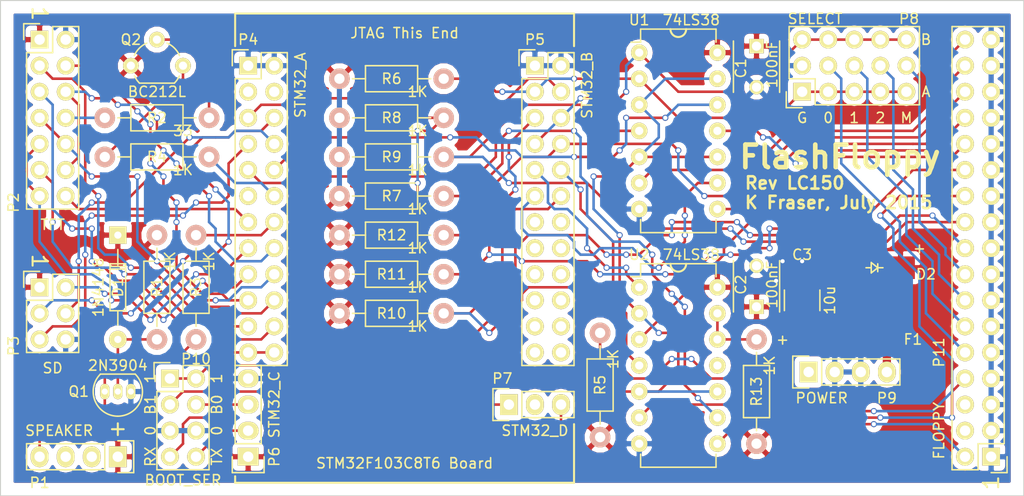
<source format=kicad_pcb>
(kicad_pcb (version 4) (host pcbnew "(after 2015-may-25 BZR unknown)-product")
  (layers (0 F.Cu signal) (31 B.Cu signal) (34 B.Paste user) (35 F.Paste user) (36 B.SilkS user) (37 F.SilkS user) (38 B.Mask user) (39 F.Mask user) (44 Edge.Cuts user))
  (net 0 "")
  (net 1 +5V)
  (net 2 GND)
  (net 3 "Net-(D1-Pad2)")
  (net 4 "Net-(F1-Pad1)")
  (net 5 "Net-(P1-Pad2)")
  (net 6 "Net-(P1-Pad3)")
  (net 7 /TFT_CS)
  (net 8 /TFT_RESET)
  (net 9 /TFT_DCRS)
  (net 10 /TFT_MOSI)
  (net 11 /TFT_CK)
  (net 12 /TFT_LED)
  (net 13 /TFT_MISO)
  (net 14 /T_CS)
  (net 15 /T_IRQ)
  (net 16 /SD_CS)
  (net 17 /SD_MOSI)
  (net 18 /SD_CK)
  (net 19 /SD_MISO)
  (net 20 "Net-(P4-Pad3)")
  (net 21 "Net-(P4-Pad4)")
  (net 22 /_DIR)
  (net 23 /RDY)
  (net 24 /WRPROT)
  (net 25 "Net-(P4-Pad11)")
  (net 26 /LED_PWM)
  (net 27 /SPK_PWM)
  (net 28 /_SELA)
  (net 29 /_STEP)
  (net 30 /_DKWE)
  (net 31 /_SELB)
  (net 32 /CHNG)
  (net 33 /_SIDE)
  (net 34 /TRK0)
  (net 35 /INDEX)
  (net 36 /DKRD)
  (net 37 /_DKWD)
  (net 38 "Net-(P5-Pad13)")
  (net 39 "Net-(P5-Pad14)")
  (net 40 "Net-(P5-Pad15)")
  (net 41 "Net-(P5-Pad16)")
  (net 42 "Net-(P5-Pad17)")
  (net 43 "Net-(P5-Pad18)")
  (net 44 "Net-(P5-Pad19)")
  (net 45 "Net-(P5-Pad20)")
  (net 46 "Net-(P5-Pad21)")
  (net 47 "Net-(P5-Pad22)")
  (net 48 /3V3)
  (net 49 /SER_TX)
  (net 50 /SER_RX)
  (net 51 /BOOT0)
  (net 52 "Net-(P7-Pad2)")
  (net 53 /BOOT1)
  (net 54 /_SEL0)
  (net 55 /_SEL1)
  (net 56 /_SEL2)
  (net 57 /_MTR)
  (net 58 "Net-(P9-Pad1)")
  (net 59 /_CHNG)
  (net 60 "Net-(P11-Pad4)")
  (net 61 "Net-(P11-Pad6)")
  (net 62 /_INDEX)
  (net 63 /_TRK0)
  (net 64 /_WRPROT)
  (net 65 /_DKRD)
  (net 66 /_RDY)
  (net 67 "Net-(Q1-Pad2)")
  (net 68 "Net-(Q2-Pad2)")
  (net 69 "Net-(Q2-Pad3)")
  (net 70 /SEL)
  (net 71 "Net-(P5-Pad23)")
  (net 72 "Net-(P5-Pad24)")
  (net 73 "Net-(R13-Pad2)")
  (net 74 "Net-(U2-Pad11)")
  (module Diodes_ThroughHole:Diode_DO-35_SOD27_Horizontal_RM10 (layer F.Cu) (at 96.52 119.38 270)
    (fp_text reference D1 (at 5.08 0 270) (layer F.SilkS))
    (fp_text value 1N4148 (at 5.08 1.905 270) (layer F.SilkS))
    (pad 2 thru_hole circle (at 10.16052 -0.00254 90) (size 1.69926 1.69926) (drill 0.70104) (layers *.Cu *.Mask F.SilkS) (net 3 "Net-(D1-Pad2)"))
    (pad 1 thru_hole rect (at 0.00052 -0.00254 90) (size 1.69926 1.69926) (drill 0.70104) (layers *.Cu *.Mask F.SilkS) (net 1 +5V))
  )
  (module Fuse_Holders_and_Fuses:Fuse_SMD1206_HandSoldering (layer F.Cu) (at 169.545 128.905 180)
    (fp_text reference F1 (at -4.445 -0.635 180) (layer F.SilkS))
    (fp_text value PPTC_750m hide)
    (pad 1 smd rect (at -2.08534 0 270) (size 2.02946 2.65176) (layers F.Cu F.Paste F.Mask) (net 4 "Net-(F1-Pad1)"))
    (pad 2 smd rect (at 2.08534 0 270) (size 2.02946 2.65176) (layers F.Cu F.Paste F.Mask) (net 1 +5V))
  )
  (module Pin_Headers:Pin_Header_Straight_1x04 (layer F.Cu) (at 96.52 140.97 270)
    (fp_text reference P1 (at 2.54 7.62 360) (layer F.SilkS))
    (fp_text value SPEAKER (at -2.54 5.715 360) (layer F.SilkS))
    (pad 1 thru_hole rect (at 0 0 270) (size 2.032 1.7272) (drill 1.016) (layers *.Cu *.Mask F.SilkS) (net 1 +5V))
    (pad 2 thru_hole oval (at 0 2.54 270) (size 2.032 1.7272) (drill 1.016) (layers *.Cu *.Mask F.SilkS) (net 5 "Net-(P1-Pad2)"))
    (pad 3 thru_hole oval (at 0 5.08 270) (size 2.032 1.7272) (drill 1.016) (layers *.Cu *.Mask F.SilkS) (net 6 "Net-(P1-Pad3)"))
    (pad 4 thru_hole oval (at 0 7.62 270) (size 2.032 1.7272) (drill 1.016) (layers *.Cu *.Mask F.SilkS) (net 3 "Net-(D1-Pad2)"))
  )
  (module Pin_Headers:Pin_Header_Straight_2x07 (layer F.Cu) (at 88.9 100.33)
    (fp_text reference P2 (at -2.54 15.875 270) (layer F.SilkS))
    (fp_text value TFT (at 1.27 18.034) (layer F.SilkS))
    (pad 1 thru_hole rect (at 0 0) (size 1.7272 1.7272) (drill 1.016) (layers *.Cu *.Mask F.SilkS) (net 1 +5V))
    (pad 2 thru_hole oval (at 2.54 0) (size 1.7272 1.7272) (drill 1.016) (layers *.Cu *.Mask F.SilkS) (net 2 GND))
    (pad 3 thru_hole oval (at 0 2.54) (size 1.7272 1.7272) (drill 1.016) (layers *.Cu *.Mask F.SilkS) (net 7 /TFT_CS))
    (pad 4 thru_hole oval (at 2.54 2.54) (size 1.7272 1.7272) (drill 1.016) (layers *.Cu *.Mask F.SilkS) (net 8 /TFT_RESET))
    (pad 5 thru_hole oval (at 0 5.08) (size 1.7272 1.7272) (drill 1.016) (layers *.Cu *.Mask F.SilkS) (net 9 /TFT_DCRS))
    (pad 6 thru_hole oval (at 2.54 5.08) (size 1.7272 1.7272) (drill 1.016) (layers *.Cu *.Mask F.SilkS) (net 10 /TFT_MOSI))
    (pad 7 thru_hole oval (at 0 7.62) (size 1.7272 1.7272) (drill 1.016) (layers *.Cu *.Mask F.SilkS) (net 11 /TFT_CK))
    (pad 8 thru_hole oval (at 2.54 7.62) (size 1.7272 1.7272) (drill 1.016) (layers *.Cu *.Mask F.SilkS) (net 12 /TFT_LED))
    (pad 9 thru_hole oval (at 0 10.16) (size 1.7272 1.7272) (drill 1.016) (layers *.Cu *.Mask F.SilkS) (net 13 /TFT_MISO))
    (pad 10 thru_hole oval (at 2.54 10.16) (size 1.7272 1.7272) (drill 1.016) (layers *.Cu *.Mask F.SilkS) (net 11 /TFT_CK))
    (pad 11 thru_hole oval (at 0 12.7) (size 1.7272 1.7272) (drill 1.016) (layers *.Cu *.Mask F.SilkS) (net 14 /T_CS))
    (pad 12 thru_hole oval (at 2.54 12.7) (size 1.7272 1.7272) (drill 1.016) (layers *.Cu *.Mask F.SilkS) (net 10 /TFT_MOSI))
    (pad 13 thru_hole oval (at 0 15.24) (size 1.7272 1.7272) (drill 1.016) (layers *.Cu *.Mask F.SilkS) (net 13 /TFT_MISO))
    (pad 14 thru_hole oval (at 2.54 15.24) (size 1.7272 1.7272) (drill 1.016) (layers *.Cu *.Mask F.SilkS) (net 15 /T_IRQ))
  )
  (module Pin_Headers:Pin_Header_Straight_2x03 (layer F.Cu) (at 88.9 124.46)
    (fp_text reference P3 (at -2.54 5.715 90) (layer F.SilkS))
    (fp_text value SD (at 1.27 7.874) (layer F.SilkS))
    (pad 1 thru_hole rect (at 0 0) (size 1.7272 1.7272) (drill 1.016) (layers *.Cu *.Mask F.SilkS) (net 1 +5V))
    (pad 2 thru_hole oval (at 2.54 0) (size 1.7272 1.7272) (drill 1.016) (layers *.Cu *.Mask F.SilkS) (net 16 /SD_CS))
    (pad 3 thru_hole oval (at 0 2.54) (size 1.7272 1.7272) (drill 1.016) (layers *.Cu *.Mask F.SilkS) (net 17 /SD_MOSI))
    (pad 4 thru_hole oval (at 2.54 2.54) (size 1.7272 1.7272) (drill 1.016) (layers *.Cu *.Mask F.SilkS) (net 18 /SD_CK))
    (pad 5 thru_hole oval (at 0 5.08) (size 1.7272 1.7272) (drill 1.016) (layers *.Cu *.Mask F.SilkS) (net 19 /SD_MISO))
    (pad 6 thru_hole oval (at 2.54 5.08) (size 1.7272 1.7272) (drill 1.016) (layers *.Cu *.Mask F.SilkS) (net 2 GND))
  )
  (module Socket_Strips:Socket_Strip_Straight_1x04 (layer F.Cu) (at 109.22 140.97 90)
    (fp_text reference P6 (at 0 2.54 90) (layer F.SilkS))
    (fp_text value STM32_C (at 5.08 2.54 90) (layer F.SilkS))
    (pad 1 thru_hole rect (at 0 0 90) (size 1.7272 2.032) (drill 1.016) (layers *.Cu *.Mask F.SilkS) (net 1 +5V))
    (pad 2 thru_hole oval (at 2.54 0 90) (size 1.7272 2.032) (drill 1.016) (layers *.Cu *.Mask F.SilkS) (net 49 /SER_TX))
    (pad 3 thru_hole oval (at 5.08 0 90) (size 1.7272 2.032) (drill 1.016) (layers *.Cu *.Mask F.SilkS) (net 50 /SER_RX))
    (pad 4 thru_hole oval (at 7.62 0 90) (size 1.7272 2.032) (drill 1.016) (layers *.Cu *.Mask F.SilkS) (net 2 GND))
  )
  (module Socket_Strips:Socket_Strip_Straight_1x03 (layer F.Cu) (at 134.62 135.89)
    (fp_text reference P7 (at -0.635 -2.54) (layer F.SilkS))
    (fp_text value STM32_D (at 2.54 2.54) (layer F.SilkS))
    (pad 1 thru_hole rect (at 0 0) (size 1.7272 2.032) (drill 1.016) (layers *.Cu *.Mask F.SilkS) (net 53 /BOOT1))
    (pad 2 thru_hole oval (at 2.54 0) (size 1.7272 2.032) (drill 1.016) (layers *.Cu *.Mask F.SilkS) (net 52 "Net-(P7-Pad2)"))
    (pad 3 thru_hole oval (at 5.08 0) (size 1.7272 2.032) (drill 1.016) (layers *.Cu *.Mask F.SilkS) (net 51 /BOOT0))
  )
  (module FF:Pin_Header_Straight_3x05 (layer F.Cu) (at 163.195 105.41 90)
    (fp_text reference P8 (at 7.112 10.414 180) (layer F.SilkS))
    (fp_text value SELECT (at 7.112 1.27 180) (layer F.SilkS))
    (pad 15 thru_hole oval (at 5.08 10.16 90) (size 1.7272 1.7272) (drill 1.016) (layers *.Cu *.Mask F.SilkS) (net 31 /_SELB))
    (pad 14 thru_hole oval (at 5.08 7.62 90) (size 1.7272 1.7272) (drill 1.016) (layers *.Cu *.Mask F.SilkS) (net 31 /_SELB))
    (pad 13 thru_hole oval (at 5.08 5.08 90) (size 1.7272 1.7272) (drill 1.016) (layers *.Cu *.Mask F.SilkS) (net 31 /_SELB))
    (pad 12 thru_hole oval (at 5.08 2.54 90) (size 1.7272 1.7272) (drill 1.016) (layers *.Cu *.Mask F.SilkS) (net 31 /_SELB))
    (pad 11 thru_hole oval (at 5.08 0 90) (size 1.7272 1.7272) (drill 1.016) (layers *.Cu *.Mask F.SilkS) (net 31 /_SELB))
    (pad 1 thru_hole rect (at 0 0 90) (size 1.7272 1.7272) (drill 1.016) (layers *.Cu *.Mask F.SilkS) (net 28 /_SELA))
    (pad 6 thru_hole oval (at 2.54 0 90) (size 1.7272 1.7272) (drill 1.016) (layers *.Cu *.Mask F.SilkS) (net 2 GND))
    (pad 2 thru_hole oval (at 0 2.54 90) (size 1.7272 1.7272) (drill 1.016) (layers *.Cu *.Mask F.SilkS) (net 28 /_SELA))
    (pad 7 thru_hole oval (at 2.54 2.54 90) (size 1.7272 1.7272) (drill 1.016) (layers *.Cu *.Mask F.SilkS) (net 54 /_SEL0))
    (pad 3 thru_hole oval (at 0 5.08 90) (size 1.7272 1.7272) (drill 1.016) (layers *.Cu *.Mask F.SilkS) (net 28 /_SELA))
    (pad 8 thru_hole oval (at 2.54 5.08 90) (size 1.7272 1.7272) (drill 1.016) (layers *.Cu *.Mask F.SilkS) (net 55 /_SEL1))
    (pad 4 thru_hole oval (at 0 7.62 90) (size 1.7272 1.7272) (drill 1.016) (layers *.Cu *.Mask F.SilkS) (net 28 /_SELA))
    (pad 9 thru_hole oval (at 2.54 7.62 90) (size 1.7272 1.7272) (drill 1.016) (layers *.Cu *.Mask F.SilkS) (net 56 /_SEL2))
    (pad 5 thru_hole oval (at 0 10.16 90) (size 1.7272 1.7272) (drill 1.016) (layers *.Cu *.Mask F.SilkS) (net 28 /_SELA))
    (pad 10 thru_hole oval (at 2.54 10.16 90) (size 1.7272 1.7272) (drill 1.016) (layers *.Cu *.Mask F.SilkS) (net 57 /_MTR))
  )
  (module Pin_Headers:Pin_Header_Straight_2x17 (layer F.Cu) (at 181.61 140.97 180)
    (fp_text reference P11 (at 5.08 10.16 270) (layer F.SilkS))
    (fp_text value FLOPPY (at 5.08 2.54 270) (layer F.SilkS))
    (pad 1 thru_hole rect (at 0 0 180) (size 1.7272 1.7272) (drill 1.016) (layers *.Cu *.Mask F.SilkS) (net 2 GND))
    (pad 2 thru_hole oval (at 2.54 0 180) (size 1.7272 1.7272) (drill 1.016) (layers *.Cu *.Mask F.SilkS) (net 59 /_CHNG))
    (pad 3 thru_hole oval (at 0 2.54 180) (size 1.7272 1.7272) (drill 1.016) (layers *.Cu *.Mask F.SilkS) (net 2 GND))
    (pad 4 thru_hole oval (at 2.54 2.54 180) (size 1.7272 1.7272) (drill 1.016) (layers *.Cu *.Mask F.SilkS) (net 60 "Net-(P11-Pad4)"))
    (pad 5 thru_hole oval (at 0 5.08 180) (size 1.7272 1.7272) (drill 1.016) (layers *.Cu *.Mask F.SilkS) (net 2 GND))
    (pad 6 thru_hole oval (at 2.54 5.08 180) (size 1.7272 1.7272) (drill 1.016) (layers *.Cu *.Mask F.SilkS) (net 61 "Net-(P11-Pad6)"))
    (pad 7 thru_hole oval (at 0 7.62 180) (size 1.7272 1.7272) (drill 1.016) (layers *.Cu *.Mask F.SilkS) (net 2 GND))
    (pad 8 thru_hole oval (at 2.54 7.62 180) (size 1.7272 1.7272) (drill 1.016) (layers *.Cu *.Mask F.SilkS) (net 62 /_INDEX))
    (pad 9 thru_hole oval (at 0 10.16 180) (size 1.7272 1.7272) (drill 1.016) (layers *.Cu *.Mask F.SilkS) (net 2 GND))
    (pad 10 thru_hole oval (at 2.54 10.16 180) (size 1.7272 1.7272) (drill 1.016) (layers *.Cu *.Mask F.SilkS) (net 54 /_SEL0))
    (pad 11 thru_hole oval (at 0 12.7 180) (size 1.7272 1.7272) (drill 1.016) (layers *.Cu *.Mask F.SilkS) (net 2 GND))
    (pad 12 thru_hole oval (at 2.54 12.7 180) (size 1.7272 1.7272) (drill 1.016) (layers *.Cu *.Mask F.SilkS) (net 55 /_SEL1))
    (pad 13 thru_hole oval (at 0 15.24 180) (size 1.7272 1.7272) (drill 1.016) (layers *.Cu *.Mask F.SilkS) (net 2 GND))
    (pad 14 thru_hole oval (at 2.54 15.24 180) (size 1.7272 1.7272) (drill 1.016) (layers *.Cu *.Mask F.SilkS) (net 56 /_SEL2))
    (pad 15 thru_hole oval (at 0 17.78 180) (size 1.7272 1.7272) (drill 1.016) (layers *.Cu *.Mask F.SilkS) (net 2 GND))
    (pad 16 thru_hole oval (at 2.54 17.78 180) (size 1.7272 1.7272) (drill 1.016) (layers *.Cu *.Mask F.SilkS) (net 57 /_MTR))
    (pad 17 thru_hole oval (at 0 20.32 180) (size 1.7272 1.7272) (drill 1.016) (layers *.Cu *.Mask F.SilkS) (net 2 GND))
    (pad 18 thru_hole oval (at 2.54 20.32 180) (size 1.7272 1.7272) (drill 1.016) (layers *.Cu *.Mask F.SilkS) (net 22 /_DIR))
    (pad 19 thru_hole oval (at 0 22.86 180) (size 1.7272 1.7272) (drill 1.016) (layers *.Cu *.Mask F.SilkS) (net 2 GND))
    (pad 20 thru_hole oval (at 2.54 22.86 180) (size 1.7272 1.7272) (drill 1.016) (layers *.Cu *.Mask F.SilkS) (net 29 /_STEP))
    (pad 21 thru_hole oval (at 0 25.4 180) (size 1.7272 1.7272) (drill 1.016) (layers *.Cu *.Mask F.SilkS) (net 2 GND))
    (pad 22 thru_hole oval (at 2.54 25.4 180) (size 1.7272 1.7272) (drill 1.016) (layers *.Cu *.Mask F.SilkS) (net 37 /_DKWD))
    (pad 23 thru_hole oval (at 0 27.94 180) (size 1.7272 1.7272) (drill 1.016) (layers *.Cu *.Mask F.SilkS) (net 2 GND))
    (pad 24 thru_hole oval (at 2.54 27.94 180) (size 1.7272 1.7272) (drill 1.016) (layers *.Cu *.Mask F.SilkS) (net 30 /_DKWE))
    (pad 25 thru_hole oval (at 0 30.48 180) (size 1.7272 1.7272) (drill 1.016) (layers *.Cu *.Mask F.SilkS) (net 2 GND))
    (pad 26 thru_hole oval (at 2.54 30.48 180) (size 1.7272 1.7272) (drill 1.016) (layers *.Cu *.Mask F.SilkS) (net 63 /_TRK0))
    (pad 27 thru_hole oval (at 0 33.02 180) (size 1.7272 1.7272) (drill 1.016) (layers *.Cu *.Mask F.SilkS) (net 2 GND))
    (pad 28 thru_hole oval (at 2.54 33.02 180) (size 1.7272 1.7272) (drill 1.016) (layers *.Cu *.Mask F.SilkS) (net 64 /_WRPROT))
    (pad 29 thru_hole oval (at 0 35.56 180) (size 1.7272 1.7272) (drill 1.016) (layers *.Cu *.Mask F.SilkS) (net 2 GND))
    (pad 30 thru_hole oval (at 2.54 35.56 180) (size 1.7272 1.7272) (drill 1.016) (layers *.Cu *.Mask F.SilkS) (net 65 /_DKRD))
    (pad 31 thru_hole oval (at 0 38.1 180) (size 1.7272 1.7272) (drill 1.016) (layers *.Cu *.Mask F.SilkS) (net 2 GND))
    (pad 32 thru_hole oval (at 2.54 38.1 180) (size 1.7272 1.7272) (drill 1.016) (layers *.Cu *.Mask F.SilkS) (net 33 /_SIDE))
    (pad 33 thru_hole oval (at 0 40.64 180) (size 1.7272 1.7272) (drill 1.016) (layers *.Cu *.Mask F.SilkS) (net 2 GND))
    (pad 34 thru_hole oval (at 2.54 40.64 180) (size 1.7272 1.7272) (drill 1.016) (layers *.Cu *.Mask F.SilkS) (net 66 /_RDY))
  )
  (module TO_SOT_Packages_THT:TO-92_Inline_Narrow_Oval (layer F.Cu) (at 97.79 134.62 180)
    (fp_text reference Q1 (at 5.08 0 180) (layer F.SilkS))
    (fp_text value 2N3904 (at 1.27 2.54 180) (layer F.SilkS))
    (pad 2 thru_hole oval (at 1.27 0) (size 0.89916 1.50114) (drill 0.6) (layers *.Cu *.Mask F.SilkS) (net 67 "Net-(Q1-Pad2)"))
    (pad 3 thru_hole oval (at 2.54 0) (size 0.89916 1.50114) (drill 0.6) (layers *.Cu *.Mask F.SilkS) (net 3 "Net-(D1-Pad2)"))
    (pad 1 thru_hole oval (at 0 0) (size 0.89916 1.50114) (drill 0.6) (layers *.Cu *.Mask F.SilkS) (net 2 GND))
  )
  (module TO_SOT_Packages_THT:TO-92_Molded_Wide (layer F.Cu) (at 97.79 102.87)
    (fp_text reference Q2 (at 0 -2.54 180) (layer F.SilkS))
    (fp_text value BC212L (at 2.54 2.54) (layer F.SilkS))
    (pad 2 thru_hole circle (at 2.54 -2.54 90) (size 1.524 1.524) (drill 0.8) (layers *.Cu *.Mask F.SilkS) (net 68 "Net-(Q2-Pad2)"))
    (pad 3 thru_hole circle (at 5.08 0 90) (size 1.524 1.524) (drill 0.8) (layers *.Cu *.Mask F.SilkS) (net 69 "Net-(Q2-Pad3)"))
    (pad 1 thru_hole circle (at 0 0 90) (size 1.524 1.524) (drill 0.8) (layers *.Cu *.Mask F.SilkS) (net 1 +5V))
  )
  (module Resistors_ThroughHole:Resistor_Horizontal_RM10mm (layer F.Cu) (at 100.33 124.46 270)
    (fp_text reference R1 (at 0 0 270) (layer F.SilkS))
    (fp_text value 1K (at -2.54 -1.27 270) (layer F.SilkS))
    (pad 1 thru_hole circle (at -5.08 0 270) (size 1.99898 1.99898) (drill 1.00076) (layers *.Cu *.SilkS *.Mask) (net 1 +5V))
    (pad 2 thru_hole circle (at 5.08 0 270) (size 1.99898 1.99898) (drill 1.00076) (layers *.Cu *.SilkS *.Mask) (net 3 "Net-(D1-Pad2)"))
  )
  (module Resistors_ThroughHole:Resistor_Horizontal_RM10mm (layer F.Cu) (at 100.33 107.95 180)
    (fp_text reference R2 (at 0 0 180) (layer F.SilkS))
    (fp_text value 33 (at -2.54 -1.27 180) (layer F.SilkS))
    (pad 1 thru_hole circle (at -5.08 0 180) (size 1.99898 1.99898) (drill 1.00076) (layers *.Cu *.SilkS *.Mask) (net 68 "Net-(Q2-Pad2)"))
    (pad 2 thru_hole circle (at 5.08 0 180) (size 1.99898 1.99898) (drill 1.00076) (layers *.Cu *.SilkS *.Mask) (net 12 /TFT_LED))
  )
  (module Resistors_ThroughHole:Resistor_Horizontal_RM10mm (layer F.Cu) (at 104.14 124.46 90)
    (fp_text reference R3 (at 0 0 90) (layer F.SilkS))
    (fp_text value 1K (at 2.54 1.27 90) (layer F.SilkS))
    (pad 1 thru_hole circle (at -5.08 0 90) (size 1.99898 1.99898) (drill 1.00076) (layers *.Cu *.SilkS *.Mask) (net 67 "Net-(Q1-Pad2)"))
    (pad 2 thru_hole circle (at 5.08 0 90) (size 1.99898 1.99898) (drill 1.00076) (layers *.Cu *.SilkS *.Mask) (net 27 /SPK_PWM))
  )
  (module Resistors_ThroughHole:Resistor_Horizontal_RM10mm (layer F.Cu) (at 100.33 111.76 180)
    (fp_text reference R4 (at 0 0 180) (layer F.SilkS))
    (fp_text value 1K (at -2.54 -1.27 180) (layer F.SilkS))
    (pad 1 thru_hole circle (at -5.08 0 180) (size 1.99898 1.99898) (drill 1.00076) (layers *.Cu *.SilkS *.Mask) (net 26 /LED_PWM))
    (pad 2 thru_hole circle (at 5.08 0 180) (size 1.99898 1.99898) (drill 1.00076) (layers *.Cu *.SilkS *.Mask) (net 69 "Net-(Q2-Pad3)"))
  )
  (module Resistors_ThroughHole:Resistor_Horizontal_RM10mm (layer F.Cu) (at 143.51 133.985 90)
    (fp_text reference R5 (at 0 0 90) (layer F.SilkS))
    (fp_text value 1K (at 2.54 1.27 90) (layer F.SilkS))
    (pad 1 thru_hole circle (at -5.08 0 90) (size 1.99898 1.99898) (drill 1.00076) (layers *.Cu *.SilkS *.Mask) (net 1 +5V))
    (pad 2 thru_hole circle (at 5.08 0 90) (size 1.99898 1.99898) (drill 1.00076) (layers *.Cu *.SilkS *.Mask) (net 70 /SEL))
  )
  (module Resistors_ThroughHole:Resistor_Horizontal_RM10mm (layer F.Cu) (at 123.19 104.14)
    (fp_text reference R6 (at 0 0) (layer F.SilkS))
    (fp_text value 1K (at 2.54 1.27) (layer F.SilkS))
    (pad 1 thru_hole circle (at -5.08 0) (size 1.99898 1.99898) (drill 1.00076) (layers *.Cu *.SilkS *.Mask) (net 1 +5V))
    (pad 2 thru_hole circle (at 5.08 0) (size 1.99898 1.99898) (drill 1.00076) (layers *.Cu *.SilkS *.Mask) (net 28 /_SELA))
  )
  (module Resistors_ThroughHole:Resistor_Horizontal_RM10mm (layer F.Cu) (at 123.19 115.57)
    (fp_text reference R7 (at 0 0) (layer F.SilkS))
    (fp_text value 1K (at 2.54 1.27) (layer F.SilkS))
    (pad 1 thru_hole circle (at -5.08 0) (size 1.99898 1.99898) (drill 1.00076) (layers *.Cu *.SilkS *.Mask) (net 1 +5V))
    (pad 2 thru_hole circle (at 5.08 0) (size 1.99898 1.99898) (drill 1.00076) (layers *.Cu *.SilkS *.Mask) (net 31 /_SELB))
  )
  (module Resistors_ThroughHole:Resistor_Horizontal_RM10mm (layer F.Cu) (at 123.19 107.95)
    (fp_text reference R8 (at 0 0) (layer F.SilkS))
    (fp_text value 1K (at 2.54 1.27) (layer F.SilkS))
    (pad 1 thru_hole circle (at -5.08 0) (size 1.99898 1.99898) (drill 1.00076) (layers *.Cu *.SilkS *.Mask) (net 1 +5V))
    (pad 2 thru_hole circle (at 5.08 0) (size 1.99898 1.99898) (drill 1.00076) (layers *.Cu *.SilkS *.Mask) (net 22 /_DIR))
  )
  (module Resistors_ThroughHole:Resistor_Horizontal_RM10mm (layer F.Cu) (at 123.19 111.76)
    (fp_text reference R9 (at 0 0) (layer F.SilkS))
    (fp_text value 1K (at 2.54 1.27) (layer F.SilkS))
    (pad 1 thru_hole circle (at -5.08 0) (size 1.99898 1.99898) (drill 1.00076) (layers *.Cu *.SilkS *.Mask) (net 1 +5V))
    (pad 2 thru_hole circle (at 5.08 0) (size 1.99898 1.99898) (drill 1.00076) (layers *.Cu *.SilkS *.Mask) (net 29 /_STEP))
  )
  (module Resistors_ThroughHole:Resistor_Horizontal_RM10mm (layer F.Cu) (at 123.19 127)
    (fp_text reference R10 (at 0 0) (layer F.SilkS))
    (fp_text value 1K (at 2.54 1.27) (layer F.SilkS))
    (pad 1 thru_hole circle (at -5.08 0) (size 1.99898 1.99898) (drill 1.00076) (layers *.Cu *.SilkS *.Mask) (net 1 +5V))
    (pad 2 thru_hole circle (at 5.08 0) (size 1.99898 1.99898) (drill 1.00076) (layers *.Cu *.SilkS *.Mask) (net 37 /_DKWD))
  )
  (module Resistors_ThroughHole:Resistor_Horizontal_RM10mm (layer F.Cu) (at 123.19 123.19)
    (fp_text reference R11 (at 0 0) (layer F.SilkS))
    (fp_text value 1K (at 2.54 1.27) (layer F.SilkS))
    (pad 1 thru_hole circle (at -5.08 0) (size 1.99898 1.99898) (drill 1.00076) (layers *.Cu *.SilkS *.Mask) (net 1 +5V))
    (pad 2 thru_hole circle (at 5.08 0) (size 1.99898 1.99898) (drill 1.00076) (layers *.Cu *.SilkS *.Mask) (net 30 /_DKWE))
  )
  (module Resistors_ThroughHole:Resistor_Horizontal_RM10mm (layer F.Cu) (at 123.19 119.38)
    (fp_text reference R12 (at 0 0) (layer F.SilkS))
    (fp_text value 1K (at 2.54 1.27) (layer F.SilkS))
    (pad 1 thru_hole circle (at -5.08 0) (size 1.99898 1.99898) (drill 1.00076) (layers *.Cu *.SilkS *.Mask) (net 1 +5V))
    (pad 2 thru_hole circle (at 5.08 0) (size 1.99898 1.99898) (drill 1.00076) (layers *.Cu *.SilkS *.Mask) (net 33 /_SIDE))
  )
  (module Housings_DIP:DIP-14_W7.62mm (layer F.Cu) (at 147.32 101.6)
    (fp_text reference U1 (at 0 -3.175) (layer F.SilkS))
    (fp_text value 74LS38 (at 5.08 -3.175) (layer F.SilkS))
    (pad 1 thru_hole oval (at 0 0) (size 1.6 1.6) (drill 0.8) (layers *.Cu *.Mask F.SilkS) (net 31 /_SELB))
    (pad 2 thru_hole oval (at 0 2.54) (size 1.6 1.6) (drill 0.8) (layers *.Cu *.Mask F.SilkS) (net 28 /_SELA))
    (pad 3 thru_hole oval (at 0 5.08) (size 1.6 1.6) (drill 0.8) (layers *.Cu *.Mask F.SilkS) (net 70 /SEL))
    (pad 4 thru_hole oval (at 0 7.62) (size 1.6 1.6) (drill 0.8) (layers *.Cu *.Mask F.SilkS) (net 23 /RDY))
    (pad 5 thru_hole oval (at 0 10.16) (size 1.6 1.6) (drill 0.8) (layers *.Cu *.Mask F.SilkS) (net 70 /SEL))
    (pad 6 thru_hole oval (at 0 12.7) (size 1.6 1.6) (drill 0.8) (layers *.Cu *.Mask F.SilkS) (net 66 /_RDY))
    (pad 7 thru_hole oval (at 0 15.24) (size 1.6 1.6) (drill 0.8) (layers *.Cu *.Mask F.SilkS) (net 2 GND))
    (pad 8 thru_hole oval (at 7.62 15.24) (size 1.6 1.6) (drill 0.8) (layers *.Cu *.Mask F.SilkS) (net 65 /_DKRD))
    (pad 9 thru_hole oval (at 7.62 12.7) (size 1.6 1.6) (drill 0.8) (layers *.Cu *.Mask F.SilkS) (net 36 /DKRD))
    (pad 10 thru_hole oval (at 7.62 10.16) (size 1.6 1.6) (drill 0.8) (layers *.Cu *.Mask F.SilkS) (net 70 /SEL))
    (pad 11 thru_hole oval (at 7.62 7.62) (size 1.6 1.6) (drill 0.8) (layers *.Cu *.Mask F.SilkS) (net 64 /_WRPROT))
    (pad 12 thru_hole oval (at 7.62 5.08) (size 1.6 1.6) (drill 0.8) (layers *.Cu *.Mask F.SilkS) (net 24 /WRPROT))
    (pad 13 thru_hole oval (at 7.62 2.54) (size 1.6 1.6) (drill 0.8) (layers *.Cu *.Mask F.SilkS) (net 70 /SEL))
    (pad 14 thru_hole oval (at 7.62 0) (size 1.6 1.6) (drill 0.8) (layers *.Cu *.Mask F.SilkS) (net 1 +5V))
  )
  (module Housings_DIP:DIP-14_W7.62mm (layer F.Cu) (at 147.32 124.46)
    (fp_text reference U2 (at 0 -3.175) (layer F.SilkS))
    (fp_text value 74LS38 (at 5.08 -3.175) (layer F.SilkS))
    (pad 1 thru_hole oval (at 0 0) (size 1.6 1.6) (drill 0.8) (layers *.Cu *.Mask F.SilkS) (net 34 /TRK0))
    (pad 2 thru_hole oval (at 0 2.54) (size 1.6 1.6) (drill 0.8) (layers *.Cu *.Mask F.SilkS) (net 70 /SEL))
    (pad 3 thru_hole oval (at 0 5.08) (size 1.6 1.6) (drill 0.8) (layers *.Cu *.Mask F.SilkS) (net 63 /_TRK0))
    (pad 4 thru_hole oval (at 0 7.62) (size 1.6 1.6) (drill 0.8) (layers *.Cu *.Mask F.SilkS) (net 35 /INDEX))
    (pad 5 thru_hole oval (at 0 10.16) (size 1.6 1.6) (drill 0.8) (layers *.Cu *.Mask F.SilkS) (net 70 /SEL))
    (pad 6 thru_hole oval (at 0 12.7) (size 1.6 1.6) (drill 0.8) (layers *.Cu *.Mask F.SilkS) (net 62 /_INDEX))
    (pad 7 thru_hole oval (at 0 15.24) (size 1.6 1.6) (drill 0.8) (layers *.Cu *.Mask F.SilkS) (net 2 GND))
    (pad 8 thru_hole oval (at 7.62 15.24) (size 1.6 1.6) (drill 0.8) (layers *.Cu *.Mask F.SilkS) (net 59 /_CHNG))
    (pad 9 thru_hole oval (at 7.62 12.7) (size 1.6 1.6) (drill 0.8) (layers *.Cu *.Mask F.SilkS) (net 32 /CHNG))
    (pad 10 thru_hole oval (at 7.62 10.16) (size 1.6 1.6) (drill 0.8) (layers *.Cu *.Mask F.SilkS) (net 70 /SEL))
    (pad 11 thru_hole oval (at 7.62 7.62) (size 1.6 1.6) (drill 0.8) (layers *.Cu *.Mask F.SilkS) (net 74 "Net-(U2-Pad11)"))
    (pad 12 thru_hole oval (at 7.62 5.08) (size 1.6 1.6) (drill 0.8) (layers *.Cu *.Mask F.SilkS) (net 73 "Net-(R13-Pad2)"))
    (pad 13 thru_hole oval (at 7.62 2.54) (size 1.6 1.6) (drill 0.8) (layers *.Cu *.Mask F.SilkS) (net 73 "Net-(R13-Pad2)"))
    (pad 14 thru_hole oval (at 7.62 0) (size 1.6 1.6) (drill 0.8) (layers *.Cu *.Mask F.SilkS) (net 1 +5V))
  )
  (module FF:C_3528 (layer F.Cu) (at 163.195 125.73 90)
    (fp_text reference C3 (at 4.445 0 180) (layer F.SilkS))
    (fp_text value 10u (at 0 2.7 90) (layer F.SilkS))
    (pad 1 smd rect (at -2.135 0 90) (size 2.6 3) (layers F.Cu F.Paste F.Mask) (net 1 +5V))
    (pad 2 smd rect (at 2.065 0 90) (size 2.6 3) (layers F.Cu F.Paste F.Mask) (net 2 GND))
  )
  (module FF:D_SOD128 (layer F.Cu) (at 170.18 122.555 180)
    (fp_text reference D2 (at -5.08 -0.635 180) (layer F.SilkS))
    (fp_text value TVS_5V hide)
    (pad 1 smd rect (at -2.6 0 180) (size 2.8 2.2) (layers F.Cu F.Paste F.Mask) (net 1 +5V))
    (pad 2 smd rect (at 2.6 0 180) (size 2.8 2.2) (layers F.Cu F.Paste F.Mask) (net 2 GND))
  )
  (module FF:C_Disc_P4mm (layer F.Cu) (at 158.75 100.965 270)
    (fp_text reference C1 (at 2.159 1.524 270) (layer F.SilkS))
    (fp_text value 100nF (at 1.778 -1.524 270) (layer F.SilkS))
    (pad 1 thru_hole rect (at 0 0 270) (size 1.4 1.4) (drill 0.9) (layers *.Cu *.Mask F.SilkS) (net 1 +5V))
    (pad 2 thru_hole circle (at 4 0 270) (size 1.4 1.4) (drill 0.9) (layers *.Cu *.Mask F.SilkS) (net 2 GND))
  )
  (module FF:C_Disc_P4mm (layer F.Cu) (at 158.75 126.365 90)
    (fp_text reference C2 (at 2.159 -1.524 90) (layer F.SilkS))
    (fp_text value 100nF (at 2.159 1.524 90) (layer F.SilkS))
    (pad 1 thru_hole rect (at 0 0 90) (size 1.4 1.4) (drill 0.9) (layers *.Cu *.Mask F.SilkS) (net 1 +5V))
    (pad 2 thru_hole circle (at 4 0 90) (size 1.4 1.4) (drill 0.9) (layers *.Cu *.Mask F.SilkS) (net 2 GND))
  )
  (module Pin_Headers:Pin_Header_Straight_2x12 (layer F.Cu) (at 137.16 102.87)
    (fp_text reference P5 (at 0 -2.54) (layer F.SilkS))
    (fp_text value STM32_B (at 5.08 1.905 90) (layer F.SilkS))
    (pad 1 thru_hole rect (at 0 0) (size 1.7272 1.7272) (drill 1.016) (layers *.Cu *.Mask F.SilkS) (net 2 GND))
    (pad 2 thru_hole oval (at 2.54 0) (size 1.7272 1.7272) (drill 1.016) (layers *.Cu *.Mask F.SilkS) (net 2 GND))
    (pad 3 thru_hole oval (at 0 2.54) (size 1.7272 1.7272) (drill 1.016) (layers *.Cu *.Mask F.SilkS) (net 28 /_SELA))
    (pad 4 thru_hole oval (at 2.54 2.54) (size 1.7272 1.7272) (drill 1.016) (layers *.Cu *.Mask F.SilkS) (net 29 /_STEP))
    (pad 5 thru_hole oval (at 0 5.08) (size 1.7272 1.7272) (drill 1.016) (layers *.Cu *.Mask F.SilkS) (net 30 /_DKWE))
    (pad 6 thru_hole oval (at 2.54 5.08) (size 1.7272 1.7272) (drill 1.016) (layers *.Cu *.Mask F.SilkS) (net 31 /_SELB))
    (pad 7 thru_hole oval (at 0 7.62) (size 1.7272 1.7272) (drill 1.016) (layers *.Cu *.Mask F.SilkS) (net 32 /CHNG))
    (pad 8 thru_hole oval (at 2.54 7.62) (size 1.7272 1.7272) (drill 1.016) (layers *.Cu *.Mask F.SilkS) (net 33 /_SIDE))
    (pad 9 thru_hole oval (at 0 10.16) (size 1.7272 1.7272) (drill 1.016) (layers *.Cu *.Mask F.SilkS) (net 34 /TRK0))
    (pad 10 thru_hole oval (at 2.54 10.16) (size 1.7272 1.7272) (drill 1.016) (layers *.Cu *.Mask F.SilkS) (net 35 /INDEX))
    (pad 11 thru_hole oval (at 0 12.7) (size 1.7272 1.7272) (drill 1.016) (layers *.Cu *.Mask F.SilkS) (net 36 /DKRD))
    (pad 12 thru_hole oval (at 2.54 12.7) (size 1.7272 1.7272) (drill 1.016) (layers *.Cu *.Mask F.SilkS) (net 37 /_DKWD))
    (pad 13 thru_hole oval (at 0 15.24) (size 1.7272 1.7272) (drill 1.016) (layers *.Cu *.Mask F.SilkS) (net 38 "Net-(P5-Pad13)"))
    (pad 14 thru_hole oval (at 2.54 15.24) (size 1.7272 1.7272) (drill 1.016) (layers *.Cu *.Mask F.SilkS) (net 39 "Net-(P5-Pad14)"))
    (pad 15 thru_hole oval (at 0 17.78) (size 1.7272 1.7272) (drill 1.016) (layers *.Cu *.Mask F.SilkS) (net 40 "Net-(P5-Pad15)"))
    (pad 16 thru_hole oval (at 2.54 17.78) (size 1.7272 1.7272) (drill 1.016) (layers *.Cu *.Mask F.SilkS) (net 41 "Net-(P5-Pad16)"))
    (pad 17 thru_hole oval (at 0 20.32) (size 1.7272 1.7272) (drill 1.016) (layers *.Cu *.Mask F.SilkS) (net 42 "Net-(P5-Pad17)"))
    (pad 18 thru_hole oval (at 2.54 20.32) (size 1.7272 1.7272) (drill 1.016) (layers *.Cu *.Mask F.SilkS) (net 43 "Net-(P5-Pad18)"))
    (pad 19 thru_hole oval (at 0 22.86) (size 1.7272 1.7272) (drill 1.016) (layers *.Cu *.Mask F.SilkS) (net 44 "Net-(P5-Pad19)"))
    (pad 20 thru_hole oval (at 2.54 22.86) (size 1.7272 1.7272) (drill 1.016) (layers *.Cu *.Mask F.SilkS) (net 45 "Net-(P5-Pad20)"))
    (pad 21 thru_hole oval (at 0 25.4) (size 1.7272 1.7272) (drill 1.016) (layers *.Cu *.Mask F.SilkS) (net 46 "Net-(P5-Pad21)"))
    (pad 22 thru_hole oval (at 2.54 25.4) (size 1.7272 1.7272) (drill 1.016) (layers *.Cu *.Mask F.SilkS) (net 47 "Net-(P5-Pad22)"))
    (pad 23 thru_hole oval (at 0 27.94) (size 1.7272 1.7272) (drill 1.016) (layers *.Cu *.Mask F.SilkS) (net 71 "Net-(P5-Pad23)"))
    (pad 24 thru_hole oval (at 2.54 27.94) (size 1.7272 1.7272) (drill 1.016) (layers *.Cu *.Mask F.SilkS) (net 72 "Net-(P5-Pad24)"))
  )
  (module Pin_Headers:Pin_Header_Straight_2x12 (layer F.Cu) (at 109.22 102.87)
    (fp_text reference P4 (at 0 -2.54) (layer F.SilkS))
    (fp_text value STM32_A (at 5.08 1.905 90) (layer F.SilkS))
    (pad 1 thru_hole rect (at 0 0) (size 1.7272 1.7272) (drill 1.016) (layers *.Cu *.Mask F.SilkS) (net 2 GND))
    (pad 2 thru_hole oval (at 2.54 0) (size 1.7272 1.7272) (drill 1.016) (layers *.Cu *.Mask F.SilkS) (net 2 GND))
    (pad 3 thru_hole oval (at 0 2.54) (size 1.7272 1.7272) (drill 1.016) (layers *.Cu *.Mask F.SilkS) (net 20 "Net-(P4-Pad3)"))
    (pad 4 thru_hole oval (at 2.54 2.54) (size 1.7272 1.7272) (drill 1.016) (layers *.Cu *.Mask F.SilkS) (net 21 "Net-(P4-Pad4)"))
    (pad 5 thru_hole oval (at 0 5.08) (size 1.7272 1.7272) (drill 1.016) (layers *.Cu *.Mask F.SilkS) (net 22 /_DIR))
    (pad 6 thru_hole oval (at 2.54 5.08) (size 1.7272 1.7272) (drill 1.016) (layers *.Cu *.Mask F.SilkS) (net 17 /SD_MOSI))
    (pad 7 thru_hole oval (at 0 7.62) (size 1.7272 1.7272) (drill 1.016) (layers *.Cu *.Mask F.SilkS) (net 19 /SD_MISO))
    (pad 8 thru_hole oval (at 2.54 7.62) (size 1.7272 1.7272) (drill 1.016) (layers *.Cu *.Mask F.SilkS) (net 18 /SD_CK))
    (pad 9 thru_hole oval (at 0 10.16) (size 1.7272 1.7272) (drill 1.016) (layers *.Cu *.Mask F.SilkS) (net 23 /RDY))
    (pad 10 thru_hole oval (at 2.54 10.16) (size 1.7272 1.7272) (drill 1.016) (layers *.Cu *.Mask F.SilkS) (net 24 /WRPROT))
    (pad 11 thru_hole oval (at 0 12.7) (size 1.7272 1.7272) (drill 1.016) (layers *.Cu *.Mask F.SilkS) (net 25 "Net-(P4-Pad11)"))
    (pad 12 thru_hole oval (at 2.54 12.7) (size 1.7272 1.7272) (drill 1.016) (layers *.Cu *.Mask F.SilkS) (net 26 /LED_PWM))
    (pad 13 thru_hole oval (at 0 15.24) (size 1.7272 1.7272) (drill 1.016) (layers *.Cu *.Mask F.SilkS) (net 15 /T_IRQ))
    (pad 14 thru_hole oval (at 2.54 15.24) (size 1.7272 1.7272) (drill 1.016) (layers *.Cu *.Mask F.SilkS) (net 27 /SPK_PWM))
    (pad 15 thru_hole oval (at 0 17.78) (size 1.7272 1.7272) (drill 1.016) (layers *.Cu *.Mask F.SilkS) (net 13 /TFT_MISO))
    (pad 16 thru_hole oval (at 2.54 17.78) (size 1.7272 1.7272) (drill 1.016) (layers *.Cu *.Mask F.SilkS) (net 10 /TFT_MOSI))
    (pad 17 thru_hole oval (at 0 20.32) (size 1.7272 1.7272) (drill 1.016) (layers *.Cu *.Mask F.SilkS) (net 16 /SD_CS))
    (pad 18 thru_hole oval (at 2.54 20.32) (size 1.7272 1.7272) (drill 1.016) (layers *.Cu *.Mask F.SilkS) (net 11 /TFT_CK))
    (pad 19 thru_hole oval (at 0 22.86) (size 1.7272 1.7272) (drill 1.016) (layers *.Cu *.Mask F.SilkS) (net 8 /TFT_RESET))
    (pad 20 thru_hole oval (at 2.54 22.86) (size 1.7272 1.7272) (drill 1.016) (layers *.Cu *.Mask F.SilkS) (net 7 /TFT_CS))
    (pad 21 thru_hole oval (at 0 25.4) (size 1.7272 1.7272) (drill 1.016) (layers *.Cu *.Mask F.SilkS) (net 14 /T_CS))
    (pad 22 thru_hole oval (at 2.54 25.4) (size 1.7272 1.7272) (drill 1.016) (layers *.Cu *.Mask F.SilkS) (net 9 /TFT_DCRS))
    (pad 23 thru_hole oval (at 0 27.94) (size 1.7272 1.7272) (drill 1.016) (layers *.Cu *.Mask F.SilkS) (net 48 /3V3))
    (pad 24 thru_hole oval (at 2.54 27.94) (size 1.7272 1.7272) (drill 1.016) (layers *.Cu *.Mask F.SilkS) (net 48 /3V3))
  )
  (module Resistors_ThroughHole:Resistor_Horizontal_RM10mm (layer F.Cu) (at 158.75 134.62 90)
    (fp_text reference R13 (at 0 0 90) (layer F.SilkS))
    (fp_text value 1K (at 2.54 1.27 90) (layer F.SilkS))
    (pad 1 thru_hole circle (at -5.08 0 90) (size 1.99898 1.99898) (drill 1.00076) (layers *.Cu *.SilkS *.Mask) (net 1 +5V))
    (pad 2 thru_hole circle (at 5.08 0 90) (size 1.99898 1.99898) (drill 1.00076) (layers *.Cu *.SilkS *.Mask) (net 73 "Net-(R13-Pad2)"))
  )
  (module Pin_Headers:Pin_Header_Straight_1x04 (layer F.Cu) (at 163.83 132.715 90)
    (fp_text reference P9 (at -2.54 7.62 180) (layer F.SilkS))
    (fp_text value POWER (at -2.54 1.27 180) (layer F.SilkS))
    (pad 1 thru_hole rect (at 0 0 90) (size 2.032 1.7272) (drill 1.016) (layers *.Cu *.Mask F.SilkS) (net 58 "Net-(P9-Pad1)"))
    (pad 2 thru_hole oval (at 0 2.54 90) (size 2.032 1.7272) (drill 1.016) (layers *.Cu *.Mask F.SilkS) (net 2 GND))
    (pad 3 thru_hole oval (at 0 5.08 90) (size 2.032 1.7272) (drill 1.016) (layers *.Cu *.Mask F.SilkS) (net 2 GND))
    (pad 4 thru_hole oval (at 0 7.62 90) (size 2.032 1.7272) (drill 1.016) (layers *.Cu *.Mask F.SilkS) (net 4 "Net-(F1-Pad1)"))
  )
  (module Pin_Headers:Pin_Header_Straight_2x04 (layer F.Cu) (at 101.6 133.35)
    (fp_text reference P10 (at 2.54 -1.905 180) (layer F.SilkS))
    (fp_text value BOOT_SER (at 1.27 9.906 180) (layer F.SilkS))
    (pad 1 thru_hole rect (at 0 0) (size 1.7272 1.7272) (drill 1.016) (layers *.Cu *.Mask F.SilkS) (net 48 /3V3))
    (pad 2 thru_hole oval (at 2.54 0) (size 1.7272 1.7272) (drill 1.016) (layers *.Cu *.Mask F.SilkS) (net 48 /3V3))
    (pad 3 thru_hole oval (at 0 2.54) (size 1.7272 1.7272) (drill 1.016) (layers *.Cu *.Mask F.SilkS) (net 53 /BOOT1))
    (pad 4 thru_hole oval (at 2.54 2.54) (size 1.7272 1.7272) (drill 1.016) (layers *.Cu *.Mask F.SilkS) (net 51 /BOOT0))
    (pad 5 thru_hole oval (at 0 5.08) (size 1.7272 1.7272) (drill 1.016) (layers *.Cu *.Mask F.SilkS) (net 2 GND))
    (pad 6 thru_hole oval (at 2.54 5.08) (size 1.7272 1.7272) (drill 1.016) (layers *.Cu *.Mask F.SilkS) (net 2 GND))
    (pad 7 thru_hole oval (at 0 7.62) (size 1.7272 1.7272) (drill 1.016) (layers *.Cu *.Mask F.SilkS) (net 50 /SER_RX))
    (pad 8 thru_hole oval (at 2.54 7.62) (size 1.7272 1.7272) (drill 1.016) (layers *.Cu *.Mask F.SilkS) (net 49 /SER_TX))
  )
  (gr_text 0 (at 99.695 138.43 90) (layer F.SilkS) (effects (font (size 1 1))))
  (gr_text B1 (at 99.695 135.89 90) (layer F.SilkS) (effects (font (size 1 1))))
  (gr_text "1\n" (at 99.695 133.35 90) (layer F.SilkS) (effects (font (size 1 1))))
  (gr_text B0 (at 106.172 135.89 90) (layer F.SilkS) (effects (font (size 1 1))))
  (gr_text TX (at 106.172 140.97 90) (layer F.SilkS) (effects (font (size 1 1))))
  (gr_text RX (at 99.695 140.97 90) (layer F.SilkS) (effects (font (size 1 1))))
  (gr_arc (start 151.13 99.314) (end 151.892 99.314) (angle 180) (layer F.SilkS) (width 0.2))
  (gr_arc (start 151.13 122.174) (end 151.892 122.174) (angle 180) (layer F.SilkS) (width 0.2))
  (gr_text "STM32F103C8T6 Board" (at 124.46 141.605) (layer F.SilkS) (effects (font (size 1 1))))
  (gr_line (start 140.97 143.51) (end 140.97 137.795) (angle 90) (layer F.SilkS) (width 0.2))
  (gr_line (start 107.95 143.51) (end 140.97 143.51) (angle 90) (layer F.SilkS) (width 0.2))
  (gr_line (start 107.95 142.875) (end 107.95 143.51) (angle 90) (layer F.SilkS) (width 0.2))
  (gr_line (start 140.97 97.79) (end 140.97 100.965) (angle 90) (layer F.SilkS) (width 0.2))
  (gr_line (start 107.95 97.79) (end 140.97 97.79) (angle 90) (layer F.SilkS) (width 0.2))
  (gr_line (start 107.95 100.965) (end 107.95 97.79) (angle 90) (layer F.SilkS) (width 0.2))
  (gr_text "JTAG This End" (at 124.46 99.695) (layer F.SilkS) (effects (font (size 1 1))))
  (gr_text + (at 174.625 120.65) (layer F.SilkS) (effects (font (size 1 1))))
  (gr_text + (at 161.29 129.54) (layer F.SilkS) (effects (font (size 1 1)) (justify mirror)))
  (gr_text "Rev LC150" (at 157.48 114.3) (layer F.SilkS) (effects (font (size 1.2 1.2) (thickness 0.25)) (justify left)))
  (gr_text "K Fraser, July 2015" (at 157.48 116.205) (layer F.SilkS) (effects (font (size 1.2 1.2) (thickness 0.25)) (justify left)))
  (gr_text "FlashFloppy\n" (at 156.845 111.76) (layer F.SilkS) (effects (font (size 2.2 2.2) (thickness 0.45)) (justify left)))
  (gr_text 1 (at 106.172 133.35 90) (layer F.SilkS) (effects (font (size 1 1))))
  (gr_text 0 (at 106.172 138.43 90) (layer F.SilkS) (effects (font (size 1 1))))
  (gr_text 1 (at 88.9 97.79 270) (layer F.SilkS) (effects (font (size 1.5 1.5) (thickness 0.2))))
  (gr_text 1 (at 88.9 121.92 270) (layer F.SilkS) (effects (font (size 1.5 1.5) (thickness 0.2))))
  (gr_text 1 (at 181.61 143.51 90) (layer F.SilkS) (effects (font (size 1.5 1.5) (thickness 0.2))))
  (gr_text + (at 96.52 138.176) (layer F.SilkS) (effects (font (size 1.5 1.5) (thickness 0.2))))
  (gr_text M (at 173.355 107.95) (layer F.SilkS) (effects (font (size 1 1))))
  (gr_text 2 (at 170.815 107.95) (layer F.SilkS) (effects (font (size 1 1))))
  (gr_text 1 (at 168.275 107.95) (layer F.SilkS) (effects (font (size 1 1))))
  (gr_text 0 (at 165.735 107.95) (layer F.SilkS) (effects (font (size 1 1))))
  (gr_text G (at 163.195 107.95) (layer F.SilkS) (effects (font (size 1 1))))
  (gr_text B (at 175.26 100.33) (layer F.SilkS) (effects (font (size 1 1))))
  (gr_text A (at 175.26 105.41) (layer F.SilkS) (effects (font (size 1 1))))
  (gr_line (start 85.09 96.52) (end 184.785 96.52) (angle 90) (layer Edge.Cuts) (width 0.1))
  (gr_line (start 85.09 144.78) (end 85.09 96.52) (angle 90) (layer Edge.Cuts) (width 0.1))
  (gr_line (start 184.785 144.78) (end 85.09 144.78) (angle 90) (layer Edge.Cuts) (width 0.1))
  (gr_line (start 184.785 96.52) (end 184.785 144.78) (angle 90) (layer Edge.Cuts) (width 0.1))
  (segment (start 118.11 107.95) (end 118.11 111.76) (width 0.5) (layer B.Cu) (net 1))
  (segment (start 118.11 111.76) (end 118.11 115.57) (width 0.5) (layer B.Cu) (net 1))
  (segment (start 118.11 104.14) (end 118.11 107.95) (width 0.5) (layer B.Cu) (net 1))
  (segment (start 163.195 123.665) (end 163.035 123.665) (width 0.5) (layer F.Cu) (net 2))
  (segment (start 163.035 123.665) (end 161.29 121.92) (width 0.5) (layer F.Cu) (net 2))
  (via (at 161.29 121.92) (size 0.6) (drill 0.4) (layers F.Cu B.Cu) (net 2))
  (segment (start 163.195 123.665) (end 160.815 123.665) (width 0.5) (layer F.Cu) (net 2))
  (via (at 160.655 123.825) (size 0.6) (drill 0.4) (layers F.Cu B.Cu) (net 2))
  (segment (start 160.815 123.665) (end 160.655 123.825) (width 0.5) (layer F.Cu) (net 2))
  (segment (start 166.945 121.92) (end 163.195 121.92) (width 0.5) (layer F.Cu) (net 2))
  (via (at 163.195 121.92) (size 0.6) (drill 0.4) (layers F.Cu B.Cu) (net 2))
  (segment (start 163.195 121.92) (end 163.195 124.3) (width 0.5) (layer F.Cu) (net 2))
  (segment (start 166.945 121.92) (end 167.58 122.555) (width 0.5) (layer F.Cu) (net 2))
  (segment (start 96.52254 129.54052) (end 96.52254 131.44246) (width 0.25) (layer F.Cu) (net 3))
  (segment (start 95.25 132.715) (end 95.25 134.62) (width 0.25) (layer F.Cu) (net 3))
  (segment (start 96.52254 131.44246) (end 95.25 132.715) (width 0.25) (layer F.Cu) (net 3))
  (segment (start 90.17 137.795) (end 93.98 137.795) (width 0.25) (layer F.Cu) (net 3))
  (segment (start 93.98 137.795) (end 95.25 136.525) (width 0.25) (layer F.Cu) (net 3))
  (segment (start 95.25 136.525) (end 95.25 134.62) (width 0.25) (layer F.Cu) (net 3))
  (segment (start 90.17 137.795) (end 88.9 139.065) (width 0.25) (layer F.Cu) (net 3))
  (segment (start 88.9 140.97) (end 88.9 139.065) (width 0.25) (layer F.Cu) (net 3))
  (segment (start 96.51948 129.54052) (end 96.52254 129.54052) (width 0.25) (layer F.Cu) (net 3))
  (segment (start 96.52254 129.54052) (end 96.51948 129.54052) (width 0.25) (layer F.Cu) (net 3))
  (segment (start 96.52254 129.54052) (end 100.32948 129.54052) (width 0.25) (layer F.Cu) (net 3))
  (segment (start 100.32948 129.54052) (end 100.33 129.54) (width 0.25) (layer F.Cu) (net 3))
  (segment (start 171.45 129.08534) (end 171.63034 128.905) (width 0.8) (layer F.Cu) (net 4))
  (segment (start 171.45 132.715) (end 171.45 129.08534) (width 0.8) (layer F.Cu) (net 4))
  (segment (start 103.505 126.365) (end 107.315 126.365) (width 0.25) (layer F.Cu) (net 7))
  (segment (start 88.9 102.87) (end 90.17 104.14) (width 0.25) (layer F.Cu) (net 7))
  (segment (start 94.615 120.65) (end 94.615 118.11) (width 0.25) (layer B.Cu) (net 7))
  (segment (start 94.615 118.11) (end 94.615 115.57) (width 0.25) (layer B.Cu) (net 7))
  (via (at 94.615 115.57) (size 0.6) (drill 0.4) (layers F.Cu B.Cu) (net 7))
  (segment (start 94.615 115.57) (end 93.345 114.3) (width 0.25) (layer F.Cu) (net 7))
  (segment (start 93.345 114.3) (end 93.345 105.41) (width 0.25) (layer F.Cu) (net 7))
  (segment (start 93.345 105.41) (end 92.075 104.14) (width 0.25) (layer F.Cu) (net 7))
  (segment (start 92.075 104.14) (end 90.17 104.14) (width 0.25) (layer F.Cu) (net 7))
  (segment (start 95.25 121.285) (end 94.615 120.65) (width 0.25) (layer B.Cu) (net 7))
  (segment (start 95.885 121.285) (end 95.25 121.285) (width 0.25) (layer B.Cu) (net 7))
  (segment (start 103.505 126.365) (end 99.695 122.555) (width 0.25) (layer F.Cu) (net 7))
  (segment (start 96.52 121.285) (end 95.885 121.285) (width 0.25) (layer B.Cu) (net 7))
  (segment (start 97.79 122.555) (end 96.52 121.285) (width 0.25) (layer B.Cu) (net 7))
  (via (at 97.79 122.555) (size 0.6) (drill 0.4) (layers F.Cu B.Cu) (net 7))
  (segment (start 99.695 122.555) (end 97.79 122.555) (width 0.25) (layer F.Cu) (net 7))
  (segment (start 110.49 127) (end 111.76 125.73) (width 0.25) (layer F.Cu) (net 7))
  (segment (start 107.95 127) (end 110.49 127) (width 0.25) (layer F.Cu) (net 7))
  (segment (start 107.315 126.365) (end 107.95 127) (width 0.25) (layer F.Cu) (net 7))
  (segment (start 104.775 125.095) (end 106.68 125.095) (width 0.25) (layer F.Cu) (net 8))
  (segment (start 100.965 114.935) (end 102.235 116.205) (width 0.25) (layer F.Cu) (net 8))
  (segment (start 102.235 122.555) (end 102.235 120.65) (width 0.25) (layer F.Cu) (net 8))
  (segment (start 104.775 125.095) (end 102.235 122.555) (width 0.25) (layer F.Cu) (net 8))
  (segment (start 91.44 102.87) (end 93.98 102.87) (width 0.25) (layer F.Cu) (net 8))
  (segment (start 98.425 107.315) (end 93.98 102.87) (width 0.25) (layer F.Cu) (net 8))
  (via (at 98.425 107.315) (size 0.6) (drill 0.4) (layers F.Cu B.Cu) (net 8))
  (segment (start 99.695 108.585) (end 98.425 107.315) (width 0.25) (layer B.Cu) (net 8))
  (via (at 99.695 108.585) (size 0.6) (drill 0.4) (layers F.Cu B.Cu) (net 8))
  (segment (start 99.695 112.395) (end 99.695 108.585) (width 0.25) (layer F.Cu) (net 8))
  (via (at 99.695 112.395) (size 0.6) (drill 0.4) (layers F.Cu B.Cu) (net 8))
  (segment (start 100.965 113.665) (end 99.695 112.395) (width 0.25) (layer B.Cu) (net 8))
  (via (at 100.965 113.665) (size 0.6) (drill 0.4) (layers F.Cu B.Cu) (net 8))
  (via (at 102.235 116.205) (size 0.6) (drill 0.4) (layers F.Cu B.Cu) (net 8))
  (segment (start 102.235 118.11) (end 102.235 116.205) (width 0.25) (layer B.Cu) (net 8))
  (via (at 102.235 118.11) (size 0.6) (drill 0.4) (layers F.Cu B.Cu) (net 8))
  (segment (start 102.235 120.65) (end 102.235 118.11) (width 0.25) (layer F.Cu) (net 8))
  (segment (start 100.965 113.665) (end 100.965 114.935) (width 0.25) (layer F.Cu) (net 8))
  (segment (start 107.315 125.73) (end 109.22 125.73) (width 0.25) (layer F.Cu) (net 8))
  (segment (start 106.68 125.095) (end 107.315 125.73) (width 0.25) (layer F.Cu) (net 8))
  (segment (start 110.49 129.54) (end 107.315 129.54) (width 0.25) (layer F.Cu) (net 9))
  (segment (start 98.425 123.825) (end 96.52 123.825) (width 0.25) (layer F.Cu) (net 9))
  (segment (start 102.235 127.635) (end 98.425 123.825) (width 0.25) (layer F.Cu) (net 9))
  (segment (start 96.52 123.825) (end 95.25 122.555) (width 0.25) (layer F.Cu) (net 9))
  (segment (start 95.25 122.555) (end 94.615 122.555) (width 0.25) (layer F.Cu) (net 9))
  (segment (start 93.98 121.92) (end 94.615 122.555) (width 0.25) (layer F.Cu) (net 9))
  (segment (start 110.49 129.54) (end 111.76 128.27) (width 0.25) (layer F.Cu) (net 9))
  (segment (start 105.41 127.635) (end 102.235 127.635) (width 0.25) (layer F.Cu) (net 9))
  (segment (start 107.315 129.54) (end 105.41 127.635) (width 0.25) (layer F.Cu) (net 9))
  (segment (start 93.98 121.92) (end 93.98 121.92) (width 0.25) (layer F.Cu) (net 9))
  (segment (start 88.9 105.41) (end 90.17 106.68) (width 0.25) (layer B.Cu) (net 9))
  (segment (start 90.17 116.84) (end 90.17 106.68) (width 0.25) (layer B.Cu) (net 9))
  (segment (start 92.075 118.745) (end 90.17 116.84) (width 0.25) (layer B.Cu) (net 9))
  (via (at 92.075 118.745) (size 0.6) (drill 0.4) (layers F.Cu B.Cu) (net 9))
  (segment (start 93.98 118.745) (end 92.075 118.745) (width 0.25) (layer F.Cu) (net 9))
  (via (at 93.98 118.745) (size 0.6) (drill 0.4) (layers F.Cu B.Cu) (net 9))
  (segment (start 93.98 121.92) (end 93.98 118.745) (width 0.25) (layer B.Cu) (net 9))
  (via (at 93.98 121.92) (size 0.6) (drill 0.4) (layers F.Cu B.Cu) (net 9))
  (segment (start 106.045 120.015) (end 107.95 121.92) (width 0.25) (layer B.Cu) (net 10))
  (segment (start 107.95 121.92) (end 110.49 121.92) (width 0.25) (layer B.Cu) (net 10))
  (segment (start 111.76 120.65) (end 110.49 121.92) (width 0.25) (layer B.Cu) (net 10))
  (segment (start 93.98 106.045) (end 93.345 105.41) (width 0.25) (layer B.Cu) (net 10))
  (via (at 93.98 106.045) (size 0.6) (drill 0.4) (layers F.Cu B.Cu) (net 10))
  (segment (start 95.885 106.045) (end 93.98 106.045) (width 0.25) (layer F.Cu) (net 10))
  (segment (start 96.52 106.68) (end 95.885 106.045) (width 0.25) (layer F.Cu) (net 10))
  (via (at 96.52 106.68) (size 0.6) (drill 0.4) (layers F.Cu B.Cu) (net 10))
  (segment (start 99.06 106.68) (end 96.52 106.68) (width 0.25) (layer B.Cu) (net 10))
  (segment (start 100.33 107.95) (end 99.06 106.68) (width 0.25) (layer B.Cu) (net 10))
  (via (at 100.33 107.95) (size 0.6) (drill 0.4) (layers F.Cu B.Cu) (net 10))
  (segment (start 100.33 110.49) (end 100.33 107.95) (width 0.25) (layer F.Cu) (net 10))
  (segment (start 100.965 111.125) (end 100.33 110.49) (width 0.25) (layer F.Cu) (net 10))
  (via (at 100.965 111.125) (size 0.6) (drill 0.4) (layers F.Cu B.Cu) (net 10))
  (segment (start 102.235 112.395) (end 100.965 111.125) (width 0.25) (layer B.Cu) (net 10))
  (via (at 102.235 112.395) (size 0.6) (drill 0.4) (layers F.Cu B.Cu) (net 10))
  (segment (start 105.41 115.57) (end 102.235 112.395) (width 0.25) (layer F.Cu) (net 10))
  (via (at 105.41 115.57) (size 0.6) (drill 0.4) (layers F.Cu B.Cu) (net 10))
  (segment (start 105.41 115.57) (end 105.41 115.57) (width 0.25) (layer B.Cu) (net 10))
  (segment (start 105.41 118.11) (end 105.41 115.57) (width 0.25) (layer B.Cu) (net 10))
  (segment (start 106.045 118.745) (end 105.41 118.11) (width 0.25) (layer B.Cu) (net 10))
  (segment (start 106.045 120.015) (end 106.045 118.745) (width 0.25) (layer B.Cu) (net 10))
  (segment (start 93.345 105.41) (end 91.44 105.41) (width 0.25) (layer B.Cu) (net 10))
  (segment (start 91.44 113.03) (end 92.71 111.76) (width 0.25) (layer F.Cu) (net 10))
  (segment (start 92.71 111.76) (end 92.71 106.68) (width 0.25) (layer F.Cu) (net 10))
  (segment (start 92.71 106.68) (end 91.44 105.41) (width 0.25) (layer F.Cu) (net 10))
  (segment (start 108.585 124.46) (end 107.315 125.73) (width 0.25) (layer B.Cu) (net 11))
  (via (at 106.045 125.73) (size 0.6) (drill 0.4) (layers F.Cu B.Cu) (net 11))
  (segment (start 108.585 124.46) (end 110.49 124.46) (width 0.25) (layer B.Cu) (net 11))
  (segment (start 111.76 123.19) (end 110.49 124.46) (width 0.25) (layer B.Cu) (net 11))
  (segment (start 92.71 111.76) (end 91.44 110.49) (width 0.25) (layer B.Cu) (net 11))
  (segment (start 92.71 112.395) (end 92.71 111.76) (width 0.25) (layer B.Cu) (net 11))
  (segment (start 93.98 113.665) (end 92.71 112.395) (width 0.25) (layer B.Cu) (net 11))
  (via (at 93.98 113.665) (size 0.6) (drill 0.4) (layers F.Cu B.Cu) (net 11))
  (segment (start 98.425 113.665) (end 93.98 113.665) (width 0.25) (layer F.Cu) (net 11))
  (via (at 98.425 113.665) (size 0.6) (drill 0.4) (layers F.Cu B.Cu) (net 11))
  (segment (start 98.425 118.745) (end 98.425 113.665) (width 0.25) (layer B.Cu) (net 11))
  (segment (start 98.425 120.015) (end 98.425 118.745) (width 0.25) (layer B.Cu) (net 11))
  (segment (start 100.33 121.92) (end 98.425 120.015) (width 0.25) (layer B.Cu) (net 11))
  (via (at 100.33 121.92) (size 0.6) (drill 0.4) (layers F.Cu B.Cu) (net 11))
  (segment (start 104.14 125.73) (end 100.33 121.92) (width 0.25) (layer F.Cu) (net 11))
  (segment (start 104.14 125.73) (end 106.045 125.73) (width 0.25) (layer F.Cu) (net 11))
  (segment (start 107.315 125.73) (end 106.045 125.73) (width 0.25) (layer B.Cu) (net 11))
  (segment (start 91.44 110.49) (end 88.9 107.95) (width 0.25) (layer F.Cu) (net 11))
  (segment (start 95.25 107.95) (end 91.44 107.95) (width 0.25) (layer B.Cu) (net 12))
  (segment (start 105.41 123.19) (end 106.68 123.19) (width 0.25) (layer F.Cu) (net 13))
  (segment (start 88.9 115.57) (end 88.9 120.015) (width 0.25) (layer B.Cu) (net 13))
  (segment (start 93.98 123.19) (end 91.44 123.19) (width 0.25) (layer B.Cu) (net 13))
  (segment (start 91.44 123.19) (end 88.9 120.015) (width 0.25) (layer B.Cu) (net 13))
  (segment (start 95.885 124.46) (end 93.98 123.19) (width 0.25) (layer B.Cu) (net 13))
  (segment (start 95.885 125.73) (end 95.885 124.46) (width 0.25) (layer B.Cu) (net 13))
  (via (at 95.885 125.73) (size 0.6) (drill 0.4) (layers F.Cu B.Cu) (net 13))
  (segment (start 97.79 125.73) (end 95.885 125.73) (width 0.25) (layer F.Cu) (net 13))
  (segment (start 99.695 127.635) (end 97.79 125.73) (width 0.25) (layer F.Cu) (net 13))
  (via (at 99.695 127.635) (size 0.6) (drill 0.4) (layers F.Cu B.Cu) (net 13))
  (segment (start 104.14 123.19) (end 99.695 127.635) (width 0.25) (layer B.Cu) (net 13))
  (via (at 104.14 123.19) (size 0.6) (drill 0.4) (layers F.Cu B.Cu) (net 13))
  (segment (start 105.41 123.19) (end 104.14 123.19) (width 0.25) (layer F.Cu) (net 13))
  (segment (start 106.68 123.19) (end 109.22 120.65) (width 0.25) (layer F.Cu) (net 13))
  (segment (start 88.9 115.57) (end 87.63 114.3) (width 0.25) (layer F.Cu) (net 13))
  (segment (start 87.63 111.76) (end 88.9 110.49) (width 0.25) (layer F.Cu) (net 13))
  (segment (start 87.63 114.3) (end 87.63 111.76) (width 0.25) (layer F.Cu) (net 13))
  (segment (start 88.9 115.57) (end 88.265 115.57) (width 0.25) (layer B.Cu) (net 13))
  (segment (start 109.22 128.27) (end 107.315 128.27) (width 0.25) (layer F.Cu) (net 14))
  (segment (start 97.155 123.19) (end 96.52 122.555) (width 0.25) (layer B.Cu) (net 14))
  (segment (start 96.52 122.555) (end 92.075 122.555) (width 0.25) (layer B.Cu) (net 14))
  (segment (start 92.075 122.555) (end 90.17 120.015) (width 0.25) (layer B.Cu) (net 14))
  (segment (start 90.17 114.3) (end 88.9 113.03) (width 0.25) (layer F.Cu) (net 14))
  (segment (start 90.17 118.11) (end 90.17 114.3) (width 0.25) (layer F.Cu) (net 14))
  (via (at 90.17 118.11) (size 0.6) (drill 0.4) (layers F.Cu B.Cu) (net 14))
  (segment (start 90.17 120.015) (end 90.17 118.11) (width 0.25) (layer B.Cu) (net 14))
  (segment (start 99.06 123.19) (end 97.155 123.19) (width 0.25) (layer F.Cu) (net 14))
  (via (at 97.155 123.19) (size 0.6) (drill 0.4) (layers F.Cu B.Cu) (net 14))
  (segment (start 102.87 127) (end 99.06 123.19) (width 0.25) (layer F.Cu) (net 14))
  (segment (start 106.045 127) (end 102.87 127) (width 0.25) (layer F.Cu) (net 14))
  (segment (start 107.315 128.27) (end 106.045 127) (width 0.25) (layer F.Cu) (net 14))
  (segment (start 109.22 128.27) (end 108.585 128.27) (width 0.25) (layer F.Cu) (net 14))
  (segment (start 92.71 116.84) (end 107.95 116.84) (width 0.25) (layer F.Cu) (net 15))
  (segment (start 91.44 115.57) (end 92.71 116.84) (width 0.25) (layer F.Cu) (net 15))
  (segment (start 107.95 116.84) (end 109.22 118.11) (width 0.25) (layer F.Cu) (net 15))
  (segment (start 104.775 123.825) (end 105.41 124.46) (width 0.25) (layer F.Cu) (net 16))
  (via (at 104.775 123.825) (size 0.6) (drill 0.4) (layers F.Cu B.Cu) (net 16))
  (segment (start 104.775 123.825) (end 100.965 127.635) (width 0.25) (layer B.Cu) (net 16))
  (via (at 100.965 127.635) (size 0.6) (drill 0.4) (layers F.Cu B.Cu) (net 16))
  (segment (start 100.965 127.635) (end 98.425 125.095) (width 0.25) (layer F.Cu) (net 16))
  (segment (start 98.425 125.095) (end 95.25 125.095) (width 0.25) (layer F.Cu) (net 16))
  (via (at 95.25 125.095) (size 0.6) (drill 0.4) (layers F.Cu B.Cu) (net 16))
  (segment (start 95.25 125.095) (end 94.615 124.46) (width 0.25) (layer B.Cu) (net 16))
  (segment (start 91.44 124.46) (end 94.615 124.46) (width 0.25) (layer B.Cu) (net 16))
  (segment (start 107.95 124.46) (end 109.22 123.19) (width 0.25) (layer F.Cu) (net 16))
  (segment (start 105.41 124.46) (end 107.95 124.46) (width 0.25) (layer F.Cu) (net 16))
  (segment (start 109.22 123.19) (end 109.22 123.374998) (width 0.25) (layer F.Cu) (net 16))
  (segment (start 106.045 121.285) (end 107.315 120.015) (width 0.25) (layer F.Cu) (net 17))
  (segment (start 107.315 109.855) (end 107.95 109.22) (width 0.25) (layer F.Cu) (net 17))
  (segment (start 107.95 109.22) (end 110.49 109.22) (width 0.25) (layer F.Cu) (net 17))
  (segment (start 111.76 107.95) (end 110.49 109.22) (width 0.25) (layer F.Cu) (net 17))
  (segment (start 93.98 125.73) (end 95.25 127) (width 0.25) (layer F.Cu) (net 17))
  (segment (start 95.25 127) (end 97.79 127) (width 0.25) (layer F.Cu) (net 17))
  (via (at 97.79 127) (size 0.6) (drill 0.4) (layers F.Cu B.Cu) (net 17))
  (segment (start 97.79 127) (end 102.87 121.92) (width 0.25) (layer B.Cu) (net 17))
  (via (at 102.87 121.92) (size 0.6) (drill 0.4) (layers F.Cu B.Cu) (net 17))
  (segment (start 102.87 121.92) (end 103.505 121.285) (width 0.25) (layer F.Cu) (net 17))
  (segment (start 103.505 121.285) (end 106.045 121.285) (width 0.25) (layer F.Cu) (net 17))
  (segment (start 106.68 115.57) (end 106.045 114.935) (width 0.25) (layer B.Cu) (net 17))
  (segment (start 93.98 125.73) (end 90.17 125.73) (width 0.25) (layer B.Cu) (net 17))
  (segment (start 90.17 125.73) (end 88.9 127) (width 0.25) (layer B.Cu) (net 17))
  (via (at 93.98 125.73) (size 0.6) (drill 0.4) (layers F.Cu B.Cu) (net 17))
  (via (at 106.045 114.935) (size 0.6) (drill 0.4) (layers F.Cu B.Cu) (net 17))
  (segment (start 106.045 114.935) (end 103.505 112.395) (width 0.25) (layer F.Cu) (net 17))
  (segment (start 104.775 109.855) (end 106.045 109.855) (width 0.25) (layer F.Cu) (net 17))
  (segment (start 103.505 111.125) (end 104.775 109.855) (width 0.25) (layer F.Cu) (net 17))
  (segment (start 103.505 112.395) (end 103.505 111.125) (width 0.25) (layer F.Cu) (net 17))
  (segment (start 106.045 109.855) (end 107.315 109.855) (width 0.25) (layer F.Cu) (net 17))
  (segment (start 107.315 116.205) (end 106.68 115.57) (width 0.25) (layer B.Cu) (net 17))
  (segment (start 107.315 120.015) (end 107.315 116.205) (width 0.25) (layer B.Cu) (net 17))
  (via (at 107.315 120.015) (size 0.6) (drill 0.4) (layers F.Cu B.Cu) (net 17))
  (segment (start 93.98 116.205) (end 97.155 116.205) (width 0.25) (layer F.Cu) (net 18))
  (via (at 93.98 116.205) (size 0.6) (drill 0.4) (layers F.Cu B.Cu) (net 18))
  (segment (start 110.49 109.22) (end 111.76 110.49) (width 0.25) (layer B.Cu) (net 18))
  (segment (start 107.95 109.22) (end 110.49 109.22) (width 0.25) (layer B.Cu) (net 18))
  (segment (start 107.315 109.855) (end 107.95 109.22) (width 0.25) (layer B.Cu) (net 18))
  (segment (start 103.505 109.855) (end 107.315 109.855) (width 0.25) (layer B.Cu) (net 18))
  (via (at 103.505 109.855) (size 0.6) (drill 0.4) (layers F.Cu B.Cu) (net 18))
  (segment (start 97.155 116.205) (end 103.505 109.855) (width 0.25) (layer F.Cu) (net 18))
  (segment (start 92.71 117.475) (end 92.71 121.92) (width 0.25) (layer B.Cu) (net 18))
  (segment (start 92.71 125.73) (end 91.44 127) (width 0.25) (layer F.Cu) (net 18))
  (segment (start 92.71 121.92) (end 92.71 125.73) (width 0.25) (layer F.Cu) (net 18))
  (via (at 92.71 121.92) (size 0.6) (drill 0.4) (layers F.Cu B.Cu) (net 18))
  (segment (start 93.98 116.205) (end 92.71 117.475) (width 0.25) (layer B.Cu) (net 18))
  (segment (start 93.98 116.205) (end 93.98 116.205) (width 0.25) (layer B.Cu) (net 18))
  (segment (start 104.14 116.205) (end 106.68 116.205) (width 0.25) (layer F.Cu) (net 19))
  (via (at 93.98 117.475) (size 0.6) (drill 0.4) (layers F.Cu B.Cu) (net 19))
  (via (at 104.14 116.205) (size 0.6) (drill 0.4) (layers F.Cu B.Cu) (net 19))
  (segment (start 104.14 116.205) (end 102.87 117.475) (width 0.25) (layer B.Cu) (net 19))
  (via (at 102.87 117.475) (size 0.6) (drill 0.4) (layers F.Cu B.Cu) (net 19))
  (segment (start 102.87 117.475) (end 93.98 117.475) (width 0.25) (layer F.Cu) (net 19))
  (segment (start 93.345 127) (end 92.075 128.27) (width 0.25) (layer F.Cu) (net 19))
  (segment (start 92.075 128.27) (end 90.17 128.27) (width 0.25) (layer F.Cu) (net 19))
  (segment (start 88.9 129.54) (end 90.17 128.27) (width 0.25) (layer F.Cu) (net 19))
  (segment (start 93.345 121.285) (end 93.345 127) (width 0.25) (layer F.Cu) (net 19))
  (via (at 93.345 121.285) (size 0.6) (drill 0.4) (layers F.Cu B.Cu) (net 19))
  (segment (start 93.345 118.11) (end 93.345 121.285) (width 0.25) (layer B.Cu) (net 19))
  (segment (start 93.98 117.475) (end 93.345 118.11) (width 0.25) (layer B.Cu) (net 19))
  (segment (start 107.315 112.395) (end 109.22 110.49) (width 0.25) (layer F.Cu) (net 19))
  (segment (start 107.315 115.57) (end 107.315 112.395) (width 0.25) (layer F.Cu) (net 19))
  (segment (start 106.68 116.205) (end 107.315 115.57) (width 0.25) (layer F.Cu) (net 19))
  (segment (start 167.64 119.38) (end 170.815 119.38) (width 0.25) (layer F.Cu) (net 22))
  (segment (start 127.635 128.905) (end 131.445 128.905) (width 0.25) (layer F.Cu) (net 22))
  (segment (start 128.27 107.95) (end 127 109.22) (width 0.25) (layer F.Cu) (net 22))
  (segment (start 125.73 114.3) (end 125.73 109.22) (width 0.25) (layer B.Cu) (net 22))
  (segment (start 147.32 121.285) (end 149.225 119.38) (width 0.25) (layer F.Cu) (net 22))
  (segment (start 167.64 119.38) (end 158.115 119.38) (width 0.25) (layer F.Cu) (net 22))
  (via (at 158.115 119.38) (size 0.6) (drill 0.4) (layers F.Cu B.Cu) (net 22))
  (segment (start 158.115 119.38) (end 156.845 118.11) (width 0.25) (layer B.Cu) (net 22))
  (via (at 156.845 118.11) (size 0.6) (drill 0.4) (layers F.Cu B.Cu) (net 22))
  (segment (start 156.845 118.11) (end 150.495 118.11) (width 0.25) (layer F.Cu) (net 22))
  (via (at 150.495 118.11) (size 0.6) (drill 0.4) (layers F.Cu B.Cu) (net 22))
  (segment (start 150.495 118.11) (end 150.495 119.38) (width 0.25) (layer B.Cu) (net 22))
  (via (at 150.495 119.38) (size 0.6) (drill 0.4) (layers F.Cu B.Cu) (net 22))
  (segment (start 147.32 121.285) (end 146.05 121.285) (width 0.25) (layer F.Cu) (net 22))
  (via (at 146.05 121.285) (size 0.6) (drill 0.4) (layers F.Cu B.Cu) (net 22))
  (segment (start 146.05 121.285) (end 144.145 121.285) (width 0.25) (layer B.Cu) (net 22))
  (via (at 144.145 121.285) (size 0.6) (drill 0.4) (layers F.Cu B.Cu) (net 22))
  (segment (start 144.145 121.285) (end 142.24 119.38) (width 0.25) (layer F.Cu) (net 22))
  (segment (start 142.24 119.38) (end 136.525 119.38) (width 0.25) (layer F.Cu) (net 22))
  (segment (start 136.525 119.38) (end 135.255 120.65) (width 0.25) (layer F.Cu) (net 22))
  (segment (start 135.255 120.65) (end 135.255 125.095) (width 0.25) (layer F.Cu) (net 22))
  (segment (start 135.255 125.095) (end 131.445 128.905) (width 0.25) (layer F.Cu) (net 22))
  (segment (start 127.635 128.905) (end 125.73 127) (width 0.25) (layer F.Cu) (net 22))
  (segment (start 125.73 127) (end 125.73 114.3) (width 0.25) (layer F.Cu) (net 22))
  (via (at 125.73 114.3) (size 0.6) (drill 0.4) (layers F.Cu B.Cu) (net 22))
  (segment (start 149.225 119.38) (end 150.495 119.38) (width 0.25) (layer F.Cu) (net 22))
  (via (at 125.73 109.22) (size 0.6) (drill 0.4) (layers F.Cu B.Cu) (net 22))
  (segment (start 125.73 109.22) (end 127 109.22) (width 0.25) (layer F.Cu) (net 22))
  (segment (start 175.895 117.475) (end 179.07 120.65) (width 0.25) (layer B.Cu) (net 22))
  (via (at 175.895 117.475) (size 0.6) (drill 0.4) (layers F.Cu B.Cu) (net 22))
  (segment (start 172.72 117.475) (end 175.895 117.475) (width 0.25) (layer F.Cu) (net 22))
  (segment (start 170.815 119.38) (end 172.72 117.475) (width 0.25) (layer F.Cu) (net 22))
  (segment (start 113.665 106.045) (end 119.38 106.045) (width 0.25) (layer F.Cu) (net 22))
  (segment (start 127 107.95) (end 125.73 107.95) (width 0.25) (layer F.Cu) (net 22))
  (segment (start 113.03 106.68) (end 110.49 106.68) (width 0.25) (layer F.Cu) (net 22))
  (segment (start 110.49 106.68) (end 109.22 107.95) (width 0.25) (layer F.Cu) (net 22))
  (segment (start 113.665 106.045) (end 113.03 106.68) (width 0.25) (layer F.Cu) (net 22))
  (segment (start 119.38 106.045) (end 121.285 107.95) (width 0.25) (layer F.Cu) (net 22))
  (segment (start 125.73 107.95) (end 121.285 107.95) (width 0.25) (layer F.Cu) (net 22))
  (segment (start 127 107.95) (end 128.27 107.95) (width 0.25) (layer F.Cu) (net 22))
  (segment (start 113.665 113.665) (end 131.445 113.665) (width 0.25) (layer F.Cu) (net 23))
  (segment (start 131.445 113.665) (end 133.35 111.76) (width 0.25) (layer F.Cu) (net 23))
  (segment (start 133.35 111.76) (end 133.35 110.49) (width 0.25) (layer F.Cu) (net 23))
  (segment (start 133.35 110.49) (end 133.35 109.22) (width 0.25) (layer F.Cu) (net 23))
  (segment (start 133.35 109.22) (end 135.89 106.68) (width 0.25) (layer F.Cu) (net 23))
  (segment (start 135.89 106.68) (end 141.605 106.68) (width 0.25) (layer F.Cu) (net 23))
  (segment (start 141.605 106.68) (end 144.145 109.22) (width 0.25) (layer F.Cu) (net 23))
  (segment (start 147.32 109.22) (end 144.145 109.22) (width 0.25) (layer F.Cu) (net 23))
  (segment (start 110.49 114.3) (end 109.22 113.03) (width 0.25) (layer F.Cu) (net 23))
  (segment (start 113.03 114.3) (end 110.49 114.3) (width 0.25) (layer F.Cu) (net 23))
  (segment (start 113.665 113.665) (end 113.03 114.3) (width 0.25) (layer F.Cu) (net 23))
  (segment (start 154.94 106.68) (end 151.13 106.68) (width 0.25) (layer B.Cu) (net 24))
  (via (at 149.86 107.95) (size 0.6) (drill 0.4) (layers F.Cu B.Cu) (net 24))
  (segment (start 149.86 107.95) (end 146.05 107.95) (width 0.25) (layer F.Cu) (net 24))
  (segment (start 151.13 106.68) (end 149.86 107.95) (width 0.25) (layer B.Cu) (net 24))
  (segment (start 131.445 109.855) (end 128.905 109.855) (width 0.25) (layer B.Cu) (net 24))
  (segment (start 135.255 111.125) (end 135.89 111.76) (width 0.25) (layer B.Cu) (net 24))
  (via (at 128.905 109.855) (size 0.6) (drill 0.4) (layers F.Cu B.Cu) (net 24))
  (segment (start 131.445 109.855) (end 132.715 111.125) (width 0.25) (layer B.Cu) (net 24))
  (segment (start 132.715 111.125) (end 135.255 111.125) (width 0.25) (layer B.Cu) (net 24))
  (via (at 146.05 107.95) (size 0.6) (drill 0.4) (layers F.Cu B.Cu) (net 24))
  (segment (start 111.76 113.03) (end 114.935 109.855) (width 0.25) (layer F.Cu) (net 24))
  (segment (start 146.05 110.49) (end 146.05 107.95) (width 0.25) (layer B.Cu) (net 24))
  (segment (start 145.415 111.125) (end 146.05 110.49) (width 0.25) (layer B.Cu) (net 24))
  (via (at 145.415 111.125) (size 0.6) (drill 0.4) (layers F.Cu B.Cu) (net 24))
  (segment (start 144.78 111.76) (end 145.415 111.125) (width 0.25) (layer F.Cu) (net 24))
  (segment (start 140.97 111.76) (end 144.78 111.76) (width 0.25) (layer F.Cu) (net 24))
  (via (at 140.97 111.76) (size 0.6) (drill 0.4) (layers F.Cu B.Cu) (net 24))
  (segment (start 135.89 111.76) (end 140.97 111.76) (width 0.25) (layer B.Cu) (net 24))
  (segment (start 114.935 109.855) (end 128.905 109.855) (width 0.25) (layer F.Cu) (net 24))
  (segment (start 146.05 107.95) (end 146.05 107.95) (width 0.25) (layer F.Cu) (net 24))
  (segment (start 105.41 111.76) (end 107.95 114.3) (width 0.25) (layer B.Cu) (net 26))
  (segment (start 110.49 114.3) (end 111.76 115.57) (width 0.25) (layer B.Cu) (net 26))
  (segment (start 107.95 114.3) (end 110.49 114.3) (width 0.25) (layer B.Cu) (net 26))
  (segment (start 104.14 119.38) (end 110.49 119.38) (width 0.25) (layer F.Cu) (net 27))
  (segment (start 110.49 119.38) (end 111.76 118.11) (width 0.25) (layer F.Cu) (net 27))
  (segment (start 160.655 107.95) (end 151.13 107.95) (width 0.25) (layer F.Cu) (net 28))
  (segment (start 163.195 105.41) (end 160.655 107.95) (width 0.25) (layer F.Cu) (net 28))
  (segment (start 151.13 107.95) (end 147.32 104.14) (width 0.25) (layer F.Cu) (net 28))
  (segment (start 163.195 105.41) (end 165.735 105.41) (width 0.25) (layer F.Cu) (net 28))
  (segment (start 165.735 105.41) (end 168.275 105.41) (width 0.25) (layer F.Cu) (net 28))
  (segment (start 168.275 105.41) (end 170.815 105.41) (width 0.25) (layer F.Cu) (net 28))
  (segment (start 170.815 105.41) (end 173.355 105.41) (width 0.25) (layer F.Cu) (net 28))
  (segment (start 128.27 104.14) (end 132.08 104.14) (width 0.25) (layer F.Cu) (net 28))
  (segment (start 133.985 105.41) (end 137.16 105.41) (width 0.25) (layer B.Cu) (net 28))
  (via (at 133.985 105.41) (size 0.6) (drill 0.4) (layers F.Cu B.Cu) (net 28))
  (segment (start 133.35 105.41) (end 133.985 105.41) (width 0.25) (layer F.Cu) (net 28))
  (segment (start 132.08 104.14) (end 133.35 105.41) (width 0.25) (layer F.Cu) (net 28))
  (segment (start 147.32 104.14) (end 140.97 104.14) (width 0.25) (layer F.Cu) (net 28))
  (via (at 140.97 104.14) (size 0.6) (drill 0.4) (layers F.Cu B.Cu) (net 28))
  (segment (start 140.97 104.14) (end 138.43 104.14) (width 0.25) (layer B.Cu) (net 28))
  (segment (start 138.43 104.14) (end 137.16 105.41) (width 0.25) (layer B.Cu) (net 28))
  (segment (start 147.955 104.14) (end 147.32 104.14) (width 0.25) (layer F.Cu) (net 28))
  (segment (start 171.45 120.015) (end 173.355 118.11) (width 0.25) (layer F.Cu) (net 29))
  (segment (start 128.27 111.76) (end 132.08 111.76) (width 0.25) (layer B.Cu) (net 29))
  (segment (start 132.08 111.76) (end 134.62 114.3) (width 0.25) (layer B.Cu) (net 29))
  (via (at 134.62 114.3) (size 0.6) (drill 0.4) (layers F.Cu B.Cu) (net 29))
  (segment (start 142.24 114.3) (end 134.62 114.3) (width 0.25) (layer F.Cu) (net 29))
  (segment (start 147.32 118.745) (end 156.21 118.745) (width 0.25) (layer F.Cu) (net 29))
  (via (at 156.21 118.745) (size 0.6) (drill 0.4) (layers F.Cu B.Cu) (net 29))
  (segment (start 156.21 118.745) (end 157.48 120.015) (width 0.25) (layer B.Cu) (net 29))
  (via (at 157.48 120.015) (size 0.6) (drill 0.4) (layers F.Cu B.Cu) (net 29))
  (segment (start 157.48 120.015) (end 171.45 120.015) (width 0.25) (layer F.Cu) (net 29))
  (segment (start 146.685 118.745) (end 147.32 118.745) (width 0.25) (layer F.Cu) (net 29))
  (segment (start 142.24 114.3) (end 146.685 118.745) (width 0.25) (layer F.Cu) (net 29))
  (segment (start 177.165 118.11) (end 179.07 118.11) (width 0.25) (layer F.Cu) (net 29))
  (segment (start 173.355 118.11) (end 177.165 118.11) (width 0.25) (layer F.Cu) (net 29))
  (segment (start 128.27 111.76) (end 130.81 111.76) (width 0.25) (layer F.Cu) (net 29))
  (segment (start 132.715 107.95) (end 136.525 104.14) (width 0.25) (layer F.Cu) (net 29))
  (segment (start 136.525 104.14) (end 138.43 104.14) (width 0.25) (layer F.Cu) (net 29))
  (segment (start 138.43 104.14) (end 139.7 105.41) (width 0.25) (layer F.Cu) (net 29))
  (segment (start 130.81 111.76) (end 132.715 109.855) (width 0.25) (layer F.Cu) (net 29))
  (segment (start 132.715 109.855) (end 132.715 107.95) (width 0.25) (layer F.Cu) (net 29))
  (segment (start 139.7 105.41) (end 139.065 105.41) (width 0.25) (layer F.Cu) (net 29))
  (segment (start 160.02 118.745) (end 168.275 118.745) (width 0.25) (layer F.Cu) (net 30))
  (segment (start 157.48 121.285) (end 158.115 120.65) (width 0.25) (layer F.Cu) (net 30))
  (segment (start 158.115 120.65) (end 160.02 120.65) (width 0.25) (layer F.Cu) (net 30))
  (via (at 160.02 118.745) (size 0.6) (drill 0.4) (layers F.Cu B.Cu) (net 30))
  (segment (start 160.02 118.745) (end 160.02 120.65) (width 0.25) (layer B.Cu) (net 30))
  (via (at 160.02 120.65) (size 0.6) (drill 0.4) (layers F.Cu B.Cu) (net 30))
  (via (at 156.21 121.285) (size 0.6) (drill 0.4) (layers F.Cu B.Cu) (net 30))
  (segment (start 156.21 121.285) (end 154.305 121.285) (width 0.25) (layer B.Cu) (net 30))
  (via (at 154.305 121.285) (size 0.6) (drill 0.4) (layers F.Cu B.Cu) (net 30))
  (segment (start 154.305 121.285) (end 152.4 123.19) (width 0.25) (layer F.Cu) (net 30))
  (segment (start 152.4 123.19) (end 149.86 123.19) (width 0.25) (layer F.Cu) (net 30))
  (via (at 149.86 123.19) (size 0.6) (drill 0.4) (layers F.Cu B.Cu) (net 30))
  (segment (start 149.86 123.19) (end 143.51 123.19) (width 0.25) (layer B.Cu) (net 30))
  (via (at 143.51 123.19) (size 0.6) (drill 0.4) (layers F.Cu B.Cu) (net 30))
  (segment (start 143.51 123.19) (end 142.24 121.92) (width 0.25) (layer F.Cu) (net 30))
  (segment (start 142.24 121.92) (end 135.89 121.92) (width 0.25) (layer F.Cu) (net 30))
  (via (at 135.89 121.92) (size 0.6) (drill 0.4) (layers F.Cu B.Cu) (net 30))
  (segment (start 135.89 121.92) (end 135.255 121.285) (width 0.25) (layer B.Cu) (net 30))
  (segment (start 132.715 121.285) (end 135.255 121.285) (width 0.25) (layer B.Cu) (net 30))
  (via (at 132.715 121.285) (size 0.6) (drill 0.4) (layers F.Cu B.Cu) (net 30))
  (segment (start 156.21 121.285) (end 157.48 121.285) (width 0.25) (layer F.Cu) (net 30))
  (segment (start 173.99 113.03) (end 175.895 113.03) (width 0.25) (layer F.Cu) (net 30))
  (segment (start 168.275 118.745) (end 173.99 113.03) (width 0.25) (layer F.Cu) (net 30))
  (segment (start 175.895 113.03) (end 179.07 113.03) (width 0.25) (layer F.Cu) (net 30))
  (segment (start 128.27 123.19) (end 130.81 123.19) (width 0.25) (layer F.Cu) (net 30))
  (segment (start 130.81 123.19) (end 132.715 121.285) (width 0.25) (layer F.Cu) (net 30))
  (segment (start 137.16 107.95) (end 134.62 110.49) (width 0.25) (layer F.Cu) (net 30))
  (segment (start 135.255 113.665) (end 134.62 113.03) (width 0.25) (layer B.Cu) (net 30))
  (segment (start 134.62 113.03) (end 134.62 111.76) (width 0.25) (layer B.Cu) (net 30))
  (segment (start 132.715 118.11) (end 132.715 121.285) (width 0.25) (layer F.Cu) (net 30))
  (segment (start 133.985 116.84) (end 132.715 118.11) (width 0.25) (layer F.Cu) (net 30))
  (segment (start 133.985 116.205) (end 133.985 116.84) (width 0.25) (layer F.Cu) (net 30))
  (segment (start 135.255 114.935) (end 133.985 116.205) (width 0.25) (layer F.Cu) (net 30))
  (via (at 135.255 114.935) (size 0.6) (drill 0.4) (layers F.Cu B.Cu) (net 30))
  (via (at 134.62 111.76) (size 0.6) (drill 0.4) (layers F.Cu B.Cu) (net 30))
  (segment (start 134.62 110.49) (end 134.62 111.76) (width 0.25) (layer F.Cu) (net 30))
  (segment (start 135.255 114.935) (end 135.255 113.665) (width 0.25) (layer B.Cu) (net 30))
  (segment (start 163.195 100.33) (end 161.29 102.235) (width 0.25) (layer F.Cu) (net 31))
  (segment (start 161.29 102.235) (end 161.29 105.41) (width 0.25) (layer F.Cu) (net 31))
  (segment (start 156.21 105.41) (end 151.13 105.41) (width 0.25) (layer F.Cu) (net 31))
  (segment (start 151.13 105.41) (end 147.32 101.6) (width 0.25) (layer F.Cu) (net 31))
  (segment (start 159.385 107.315) (end 161.29 105.41) (width 0.25) (layer F.Cu) (net 31))
  (segment (start 158.115 107.315) (end 159.385 107.315) (width 0.25) (layer F.Cu) (net 31))
  (segment (start 156.21 105.41) (end 158.115 107.315) (width 0.25) (layer F.Cu) (net 31))
  (segment (start 163.195 100.33) (end 165.735 100.33) (width 0.25) (layer F.Cu) (net 31))
  (segment (start 165.735 100.33) (end 168.275 100.33) (width 0.25) (layer F.Cu) (net 31))
  (segment (start 168.275 100.33) (end 170.815 100.33) (width 0.25) (layer F.Cu) (net 31))
  (segment (start 170.815 100.33) (end 173.355 100.33) (width 0.25) (layer F.Cu) (net 31))
  (segment (start 128.27 115.57) (end 130.81 115.57) (width 0.25) (layer F.Cu) (net 31))
  (via (at 134.62 109.22) (size 0.6) (drill 0.4) (layers F.Cu B.Cu) (net 31))
  (segment (start 134.62 109.22) (end 138.43 109.22) (width 0.25) (layer B.Cu) (net 31))
  (segment (start 138.43 109.22) (end 139.7 107.95) (width 0.25) (layer B.Cu) (net 31))
  (segment (start 133.985 109.855) (end 133.985 112.395) (width 0.25) (layer F.Cu) (net 31))
  (segment (start 130.81 115.57) (end 133.985 112.395) (width 0.25) (layer F.Cu) (net 31))
  (segment (start 133.985 109.855) (end 134.62 109.22) (width 0.25) (layer F.Cu) (net 31))
  (segment (start 141.605 106.045) (end 145.415 106.045) (width 0.25) (layer F.Cu) (net 31))
  (via (at 141.605 106.045) (size 0.6) (drill 0.4) (layers F.Cu B.Cu) (net 31))
  (segment (start 139.7 107.95) (end 141.605 106.045) (width 0.25) (layer B.Cu) (net 31))
  (segment (start 146.05 102.87) (end 147.32 101.6) (width 0.25) (layer B.Cu) (net 31))
  (segment (start 146.05 105.41) (end 146.05 102.87) (width 0.25) (layer B.Cu) (net 31))
  (via (at 146.05 105.41) (size 0.6) (drill 0.4) (layers F.Cu B.Cu) (net 31))
  (segment (start 145.415 106.045) (end 146.05 105.41) (width 0.25) (layer F.Cu) (net 31))
  (segment (start 163.83 100.33) (end 163.195 100.33) (width 0.25) (layer F.Cu) (net 31))
  (segment (start 154.94 137.16) (end 153.035 135.255) (width 0.25) (layer B.Cu) (net 32))
  (via (at 140.97 109.22) (size 0.6) (drill 0.4) (layers F.Cu B.Cu) (net 32))
  (segment (start 138.43 109.22) (end 140.97 109.22) (width 0.25) (layer F.Cu) (net 32))
  (segment (start 138.43 109.22) (end 137.16 110.49) (width 0.25) (layer F.Cu) (net 32))
  (segment (start 142.24 114.3) (end 141.605 113.665) (width 0.25) (layer B.Cu) (net 32))
  (segment (start 141.605 113.665) (end 141.605 109.855) (width 0.25) (layer B.Cu) (net 32))
  (segment (start 142.24 117.475) (end 144.78 120.015) (width 0.25) (layer B.Cu) (net 32))
  (segment (start 151.765 133.985) (end 151.765 126.365) (width 0.25) (layer F.Cu) (net 32))
  (via (at 151.765 126.365) (size 0.6) (drill 0.4) (layers F.Cu B.Cu) (net 32))
  (segment (start 151.765 126.365) (end 150.495 125.095) (width 0.25) (layer B.Cu) (net 32))
  (via (at 150.495 125.095) (size 0.6) (drill 0.4) (layers F.Cu B.Cu) (net 32))
  (segment (start 150.495 125.095) (end 148.59 123.19) (width 0.25) (layer F.Cu) (net 32))
  (segment (start 148.59 123.19) (end 148.59 121.285) (width 0.25) (layer F.Cu) (net 32))
  (via (at 148.59 121.285) (size 0.6) (drill 0.4) (layers F.Cu B.Cu) (net 32))
  (segment (start 148.59 121.285) (end 147.32 120.015) (width 0.25) (layer B.Cu) (net 32))
  (segment (start 144.78 120.015) (end 147.32 120.015) (width 0.25) (layer B.Cu) (net 32))
  (segment (start 142.24 117.475) (end 142.24 114.3) (width 0.25) (layer B.Cu) (net 32))
  (segment (start 141.605 109.855) (end 140.97 109.22) (width 0.25) (layer B.Cu) (net 32))
  (segment (start 153.035 135.255) (end 151.765 133.985) (width 0.25) (layer F.Cu) (net 32))
  (via (at 153.035 135.255) (size 0.6) (drill 0.4) (layers F.Cu B.Cu) (net 32))
  (segment (start 174.625 109.855) (end 176.53 107.95) (width 0.25) (layer F.Cu) (net 33))
  (segment (start 151.13 111.125) (end 151.13 113.03) (width 0.25) (layer B.Cu) (net 33))
  (segment (start 151.13 113.03) (end 153.67 115.57) (width 0.25) (layer B.Cu) (net 33))
  (segment (start 139.7 110.49) (end 150.495 110.49) (width 0.25) (layer F.Cu) (net 33))
  (segment (start 150.495 110.49) (end 151.13 111.125) (width 0.25) (layer F.Cu) (net 33))
  (via (at 151.13 111.125) (size 0.6) (drill 0.4) (layers F.Cu B.Cu) (net 33))
  (via (at 153.67 115.57) (size 0.6) (drill 0.4) (layers F.Cu B.Cu) (net 33))
  (segment (start 162.56 109.855) (end 156.845 115.57) (width 0.25) (layer F.Cu) (net 33))
  (segment (start 156.845 115.57) (end 153.67 115.57) (width 0.25) (layer F.Cu) (net 33))
  (segment (start 174.625 109.855) (end 163.195 109.855) (width 0.25) (layer F.Cu) (net 33))
  (segment (start 163.195 109.855) (end 162.56 109.855) (width 0.25) (layer F.Cu) (net 33))
  (segment (start 176.53 105.41) (end 179.07 102.87) (width 0.25) (layer F.Cu) (net 33))
  (segment (start 176.53 107.95) (end 176.53 105.41) (width 0.25) (layer F.Cu) (net 33))
  (segment (start 133.35 115.57) (end 133.35 116.205) (width 0.25) (layer F.Cu) (net 33))
  (segment (start 135.89 111.76) (end 138.43 111.76) (width 0.25) (layer F.Cu) (net 33))
  (segment (start 139.7 110.49) (end 138.43 111.76) (width 0.25) (layer F.Cu) (net 33))
  (segment (start 133.35 114.3) (end 135.255 112.395) (width 0.25) (layer F.Cu) (net 33))
  (segment (start 133.35 115.57) (end 133.35 114.3) (width 0.25) (layer F.Cu) (net 33))
  (segment (start 135.255 112.395) (end 135.89 111.76) (width 0.25) (layer F.Cu) (net 33))
  (segment (start 130.175 119.38) (end 128.27 119.38) (width 0.25) (layer F.Cu) (net 33))
  (segment (start 133.35 116.205) (end 130.175 119.38) (width 0.25) (layer F.Cu) (net 33))
  (segment (start 128.27 119.38) (end 128.27 118.745) (width 0.25) (layer F.Cu) (net 33))
  (segment (start 146.05 122.555) (end 146.05 123.19) (width 0.25) (layer F.Cu) (net 34))
  (segment (start 142.24 120.65) (end 142.24 118.745) (width 0.25) (layer B.Cu) (net 34))
  (via (at 142.24 120.65) (size 0.6) (drill 0.4) (layers F.Cu B.Cu) (net 34))
  (segment (start 144.145 122.555) (end 142.24 120.65) (width 0.25) (layer F.Cu) (net 34))
  (via (at 144.145 122.555) (size 0.6) (drill 0.4) (layers F.Cu B.Cu) (net 34))
  (segment (start 146.05 122.555) (end 144.145 122.555) (width 0.25) (layer B.Cu) (net 34))
  (via (at 146.05 122.555) (size 0.6) (drill 0.4) (layers F.Cu B.Cu) (net 34))
  (segment (start 137.16 113.03) (end 138.43 114.3) (width 0.25) (layer B.Cu) (net 34))
  (segment (start 138.43 116.205) (end 138.43 114.3) (width 0.25) (layer B.Cu) (net 34))
  (segment (start 139.065 116.84) (end 138.43 116.205) (width 0.25) (layer B.Cu) (net 34))
  (segment (start 140.335 116.84) (end 139.065 116.84) (width 0.25) (layer B.Cu) (net 34))
  (segment (start 142.24 118.745) (end 140.335 116.84) (width 0.25) (layer B.Cu) (net 34))
  (segment (start 146.05 123.19) (end 147.32 124.46) (width 0.25) (layer F.Cu) (net 34))
  (segment (start 147.32 124.46) (end 147.32 123.825) (width 0.25) (layer F.Cu) (net 34))
  (segment (start 137.795 113.03) (end 137.16 113.03) (width 0.25) (layer B.Cu) (net 34))
  (segment (start 144.78 125.73) (end 146.05 127) (width 0.25) (layer F.Cu) (net 35))
  (segment (start 144.78 120.015) (end 141.605 116.84) (width 0.25) (layer F.Cu) (net 35))
  (segment (start 144.78 125.73) (end 144.78 120.015) (width 0.25) (layer F.Cu) (net 35))
  (segment (start 141.605 116.84) (end 141.605 114.935) (width 0.25) (layer F.Cu) (net 35))
  (via (at 141.605 114.935) (size 0.6) (drill 0.4) (layers F.Cu B.Cu) (net 35))
  (segment (start 139.7 113.03) (end 141.605 114.935) (width 0.25) (layer B.Cu) (net 35))
  (segment (start 146.05 130.81) (end 147.32 132.08) (width 0.25) (layer F.Cu) (net 35))
  (segment (start 146.05 127) (end 146.05 130.81) (width 0.25) (layer F.Cu) (net 35))
  (segment (start 140.335 119.38) (end 136.525 119.38) (width 0.25) (layer B.Cu) (net 36))
  (segment (start 140.335 119.38) (end 140.97 120.015) (width 0.25) (layer B.Cu) (net 36))
  (segment (start 140.97 120.015) (end 140.97 120.65) (width 0.25) (layer B.Cu) (net 36))
  (segment (start 140.97 120.65) (end 141.605 121.285) (width 0.25) (layer B.Cu) (net 36))
  (segment (start 141.605 121.285) (end 142.875 121.285) (width 0.25) (layer B.Cu) (net 36))
  (segment (start 142.875 121.285) (end 143.51 120.65) (width 0.25) (layer B.Cu) (net 36))
  (segment (start 143.51 120.65) (end 146.685 120.65) (width 0.25) (layer B.Cu) (net 36))
  (segment (start 146.685 120.65) (end 148.59 122.555) (width 0.25) (layer B.Cu) (net 36))
  (segment (start 148.59 122.555) (end 149.225 122.555) (width 0.25) (layer B.Cu) (net 36))
  (via (at 149.225 122.555) (size 0.6) (drill 0.4) (layers F.Cu B.Cu) (net 36))
  (segment (start 149.225 122.555) (end 151.765 120.015) (width 0.25) (layer F.Cu) (net 36))
  (segment (start 151.765 120.015) (end 151.765 119.38) (width 0.25) (layer F.Cu) (net 36))
  (via (at 151.765 119.38) (size 0.6) (drill 0.4) (layers F.Cu B.Cu) (net 36))
  (segment (start 151.765 119.38) (end 151.765 117.475) (width 0.25) (layer B.Cu) (net 36))
  (via (at 151.765 117.475) (size 0.6) (drill 0.4) (layers F.Cu B.Cu) (net 36))
  (segment (start 151.765 117.475) (end 151.765 115.57) (width 0.25) (layer F.Cu) (net 36))
  (segment (start 154.94 114.3) (end 153.035 114.3) (width 0.25) (layer F.Cu) (net 36))
  (segment (start 153.035 114.3) (end 151.765 115.57) (width 0.25) (layer F.Cu) (net 36))
  (segment (start 135.89 116.84) (end 137.16 115.57) (width 0.25) (layer B.Cu) (net 36))
  (segment (start 135.89 118.745) (end 135.89 116.84) (width 0.25) (layer B.Cu) (net 36))
  (segment (start 136.525 119.38) (end 135.89 118.745) (width 0.25) (layer B.Cu) (net 36))
  (segment (start 137.16 115.57) (end 137.16 116.205) (width 0.25) (layer B.Cu) (net 36))
  (segment (start 137.16 115.57) (end 136.525 115.57) (width 0.25) (layer F.Cu) (net 36))
  (segment (start 172.085 120.65) (end 172.085 118.745) (width 0.25) (layer B.Cu) (net 37))
  (segment (start 154.305 133.35) (end 156.21 133.35) (width 0.25) (layer F.Cu) (net 37))
  (segment (start 160.655 135.255) (end 161.925 136.525) (width 0.25) (layer F.Cu) (net 37))
  (via (at 170.18 136.525) (size 0.6) (drill 0.4) (layers F.Cu B.Cu) (net 37))
  (segment (start 170.18 136.525) (end 175.895 136.525) (width 0.25) (layer B.Cu) (net 37))
  (segment (start 175.895 136.525) (end 177.8 134.62) (width 0.25) (layer B.Cu) (net 37))
  (segment (start 177.8 134.62) (end 177.8 131.445) (width 0.25) (layer B.Cu) (net 37))
  (segment (start 144.145 126.365) (end 145.415 127.635) (width 0.25) (layer F.Cu) (net 37))
  (segment (start 177.8 131.445) (end 174.625 128.27) (width 0.25) (layer B.Cu) (net 37))
  (segment (start 174.625 128.27) (end 174.625 123.19) (width 0.25) (layer B.Cu) (net 37))
  (segment (start 179.07 115.57) (end 174.625 115.57) (width 0.25) (layer F.Cu) (net 37))
  (segment (start 135.89 125.095) (end 135.89 125.73) (width 0.25) (layer F.Cu) (net 37))
  (segment (start 143.51 124.46) (end 144.145 125.095) (width 0.25) (layer F.Cu) (net 37))
  (segment (start 154.305 133.35) (end 152.4 131.445) (width 0.25) (layer F.Cu) (net 37))
  (via (at 152.4 131.445) (size 0.6) (drill 0.4) (layers F.Cu B.Cu) (net 37))
  (segment (start 152.4 131.445) (end 150.495 131.445) (width 0.25) (layer B.Cu) (net 37))
  (via (at 150.495 131.445) (size 0.6) (drill 0.4) (layers F.Cu B.Cu) (net 37))
  (segment (start 150.495 131.445) (end 148.59 133.35) (width 0.25) (layer F.Cu) (net 37))
  (segment (start 146.685 133.35) (end 148.59 133.35) (width 0.25) (layer F.Cu) (net 37))
  (segment (start 144.145 125.095) (end 144.145 126.365) (width 0.25) (layer F.Cu) (net 37))
  (segment (start 136.525 124.46) (end 140.335 124.46) (width 0.25) (layer F.Cu) (net 37))
  (segment (start 135.89 125.095) (end 136.525 124.46) (width 0.25) (layer F.Cu) (net 37))
  (segment (start 140.335 124.46) (end 143.51 124.46) (width 0.25) (layer F.Cu) (net 37))
  (segment (start 132.715 128.905) (end 130.81 127) (width 0.25) (layer B.Cu) (net 37))
  (via (at 132.715 128.905) (size 0.6) (drill 0.4) (layers F.Cu B.Cu) (net 37))
  (segment (start 135.89 125.73) (end 132.715 128.905) (width 0.25) (layer F.Cu) (net 37))
  (segment (start 130.81 127) (end 128.27 127) (width 0.25) (layer B.Cu) (net 37))
  (segment (start 145.415 132.08) (end 146.685 133.35) (width 0.25) (layer F.Cu) (net 37))
  (segment (start 145.415 127.635) (end 145.415 132.08) (width 0.25) (layer F.Cu) (net 37))
  (segment (start 161.925 136.525) (end 170.18 136.525) (width 0.25) (layer F.Cu) (net 37))
  (segment (start 158.115 135.255) (end 160.655 135.255) (width 0.25) (layer F.Cu) (net 37))
  (segment (start 156.21 133.35) (end 158.115 135.255) (width 0.25) (layer F.Cu) (net 37))
  (segment (start 174.625 123.19) (end 172.085 120.65) (width 0.25) (layer B.Cu) (net 37))
  (segment (start 172.72 115.57) (end 174.625 115.57) (width 0.25) (layer F.Cu) (net 37))
  (segment (start 170.815 117.475) (end 172.72 115.57) (width 0.25) (layer F.Cu) (net 37))
  (via (at 170.815 117.475) (size 0.6) (drill 0.4) (layers F.Cu B.Cu) (net 37))
  (segment (start 172.085 118.745) (end 170.815 117.475) (width 0.25) (layer B.Cu) (net 37))
  (segment (start 128.27 127) (end 130.81 127) (width 0.25) (layer F.Cu) (net 37))
  (segment (start 135.255 116.84) (end 138.43 116.84) (width 0.25) (layer F.Cu) (net 37))
  (segment (start 138.43 116.84) (end 139.7 115.57) (width 0.25) (layer F.Cu) (net 37))
  (segment (start 133.985 118.11) (end 133.985 123.825) (width 0.25) (layer F.Cu) (net 37))
  (segment (start 130.81 127) (end 133.985 123.825) (width 0.25) (layer F.Cu) (net 37))
  (segment (start 133.985 118.11) (end 135.255 116.84) (width 0.25) (layer F.Cu) (net 37))
  (segment (start 128.27 127.635) (end 128.27 127) (width 0.25) (layer B.Cu) (net 37))
  (segment (start 101.6 133.35) (end 104.14 133.35) (width 0.25) (layer F.Cu) (net 48))
  (segment (start 104.14 133.35) (end 106.68 130.81) (width 0.25) (layer F.Cu) (net 48))
  (segment (start 106.68 130.81) (end 109.22 130.81) (width 0.25) (layer F.Cu) (net 48))
  (segment (start 109.22 130.81) (end 111.76 130.81) (width 0.25) (layer F.Cu) (net 48))
  (segment (start 104.14 140.97) (end 106.68 138.43) (width 0.25) (layer F.Cu) (net 49))
  (segment (start 106.68 138.43) (end 109.22 138.43) (width 0.25) (layer F.Cu) (net 49))
  (segment (start 109.22 138.43) (end 109.855 138.43) (width 0.25) (layer F.Cu) (net 49))
  (segment (start 103.505 137.16) (end 106.045 137.16) (width 0.25) (layer F.Cu) (net 50))
  (segment (start 102.87 139.7) (end 102.87 137.795) (width 0.25) (layer F.Cu) (net 50))
  (segment (start 102.87 137.795) (end 103.505 137.16) (width 0.25) (layer F.Cu) (net 50))
  (segment (start 101.6 140.97) (end 102.87 139.7) (width 0.25) (layer F.Cu) (net 50))
  (segment (start 107.315 135.89) (end 109.22 135.89) (width 0.25) (layer F.Cu) (net 50))
  (segment (start 106.045 137.16) (end 107.315 135.89) (width 0.25) (layer F.Cu) (net 50))
  (segment (start 109.22 135.89) (end 109.855 135.89) (width 0.25) (layer F.Cu) (net 50))
  (segment (start 107.315 134.62) (end 111.76 134.62) (width 0.25) (layer F.Cu) (net 51))
  (segment (start 106.045 135.89) (end 107.315 134.62) (width 0.25) (layer F.Cu) (net 51))
  (segment (start 132.715 138.43) (end 139.065 138.43) (width 0.25) (layer F.Cu) (net 51))
  (segment (start 139.7 135.89) (end 139.7 137.795) (width 0.25) (layer F.Cu) (net 51))
  (segment (start 139.065 138.43) (end 139.7 137.795) (width 0.25) (layer F.Cu) (net 51))
  (segment (start 106.045 135.89) (end 104.14 135.89) (width 0.25) (layer F.Cu) (net 51))
  (segment (start 130.81 136.525) (end 132.715 138.43) (width 0.25) (layer F.Cu) (net 51))
  (segment (start 113.665 136.525) (end 130.81 136.525) (width 0.25) (layer F.Cu) (net 51))
  (segment (start 111.76 134.62) (end 113.665 136.525) (width 0.25) (layer F.Cu) (net 51))
  (segment (start 134.62 135.89) (end 114.3 135.89) (width 0.25) (layer F.Cu) (net 53))
  (segment (start 102.87 134.62) (end 101.6 135.89) (width 0.25) (layer F.Cu) (net 53))
  (segment (start 107.95 132.08) (end 110.49 132.08) (width 0.25) (layer F.Cu) (net 53))
  (segment (start 105.41 134.62) (end 107.95 132.08) (width 0.25) (layer F.Cu) (net 53))
  (segment (start 102.87 134.62) (end 105.41 134.62) (width 0.25) (layer F.Cu) (net 53))
  (segment (start 110.49 132.08) (end 114.3 135.89) (width 0.25) (layer F.Cu) (net 53))
  (segment (start 172.72 120.015) (end 172.72 118.11) (width 0.25) (layer B.Cu) (net 54))
  (segment (start 172.72 120.015) (end 175.26 122.555) (width 0.25) (layer B.Cu) (net 54))
  (segment (start 175.26 127) (end 175.26 122.555) (width 0.25) (layer B.Cu) (net 54))
  (segment (start 179.07 130.81) (end 175.26 127) (width 0.25) (layer B.Cu) (net 54))
  (segment (start 167.005 104.14) (end 165.735 102.87) (width 0.25) (layer B.Cu) (net 54))
  (segment (start 167.005 112.395) (end 167.005 104.14) (width 0.25) (layer B.Cu) (net 54))
  (segment (start 172.72 118.11) (end 167.005 112.395) (width 0.25) (layer B.Cu) (net 54))
  (segment (start 179.07 130.81) (end 178.435 130.81) (width 0.25) (layer B.Cu) (net 54))
  (segment (start 175.895 121.92) (end 173.355 119.38) (width 0.25) (layer B.Cu) (net 55))
  (segment (start 175.895 125.095) (end 175.895 121.92) (width 0.25) (layer B.Cu) (net 55))
  (segment (start 179.07 128.27) (end 175.895 125.095) (width 0.25) (layer B.Cu) (net 55))
  (segment (start 169.545 111.76) (end 169.545 104.14) (width 0.25) (layer B.Cu) (net 55))
  (segment (start 169.545 104.14) (end 168.275 102.87) (width 0.25) (layer B.Cu) (net 55))
  (segment (start 170.18 112.395) (end 169.545 111.76) (width 0.25) (layer B.Cu) (net 55))
  (segment (start 173.355 115.57) (end 170.18 112.395) (width 0.25) (layer B.Cu) (net 55))
  (segment (start 173.355 119.38) (end 173.355 115.57) (width 0.25) (layer B.Cu) (net 55))
  (segment (start 179.07 128.27) (end 178.435 128.27) (width 0.25) (layer B.Cu) (net 55))
  (segment (start 176.53 121.285) (end 173.99 118.745) (width 0.25) (layer B.Cu) (net 56))
  (segment (start 172.085 113.03) (end 172.085 104.14) (width 0.25) (layer B.Cu) (net 56))
  (segment (start 170.815 102.87) (end 172.085 104.14) (width 0.25) (layer B.Cu) (net 56))
  (segment (start 176.53 123.19) (end 179.07 125.73) (width 0.25) (layer B.Cu) (net 56))
  (segment (start 176.53 123.19) (end 176.53 121.285) (width 0.25) (layer B.Cu) (net 56))
  (segment (start 173.99 114.935) (end 172.085 113.03) (width 0.25) (layer B.Cu) (net 56))
  (segment (start 173.99 118.745) (end 173.99 114.935) (width 0.25) (layer B.Cu) (net 56))
  (segment (start 179.07 123.19) (end 177.165 121.285) (width 0.25) (layer B.Cu) (net 57))
  (segment (start 174.625 104.14) (end 173.355 102.87) (width 0.25) (layer B.Cu) (net 57))
  (segment (start 174.625 113.03) (end 174.625 104.14) (width 0.25) (layer B.Cu) (net 57))
  (segment (start 174.625 118.11) (end 174.625 113.03) (width 0.25) (layer B.Cu) (net 57))
  (segment (start 177.165 120.65) (end 174.625 118.11) (width 0.25) (layer B.Cu) (net 57))
  (segment (start 177.165 121.285) (end 177.165 120.65) (width 0.25) (layer B.Cu) (net 57))
  (segment (start 154.94 139.7) (end 158.115 136.525) (width 0.25) (layer F.Cu) (net 59))
  (segment (start 175.895 137.795) (end 179.07 140.97) (width 0.25) (layer B.Cu) (net 59))
  (segment (start 170.18 137.795) (end 175.895 137.795) (width 0.25) (layer B.Cu) (net 59))
  (via (at 170.18 137.795) (size 0.6) (drill 0.4) (layers F.Cu B.Cu) (net 59))
  (segment (start 160.655 137.795) (end 170.18 137.795) (width 0.25) (layer F.Cu) (net 59))
  (segment (start 159.385 136.525) (end 160.655 137.795) (width 0.25) (layer F.Cu) (net 59))
  (segment (start 158.115 136.525) (end 159.385 136.525) (width 0.25) (layer F.Cu) (net 59))
  (segment (start 147.32 137.16) (end 148.59 135.89) (width 0.25) (layer F.Cu) (net 62))
  (via (at 170.815 137.16) (size 0.6) (drill 0.4) (layers F.Cu B.Cu) (net 62))
  (segment (start 170.815 137.16) (end 177.8 137.16) (width 0.25) (layer B.Cu) (net 62))
  (via (at 177.8 137.16) (size 0.6) (drill 0.4) (layers F.Cu B.Cu) (net 62))
  (segment (start 177.8 137.16) (end 177.8 134.62) (width 0.25) (layer F.Cu) (net 62))
  (segment (start 177.8 134.62) (end 179.07 133.35) (width 0.25) (layer F.Cu) (net 62))
  (segment (start 161.29 137.16) (end 170.815 137.16) (width 0.25) (layer F.Cu) (net 62))
  (segment (start 160.02 135.89) (end 161.29 137.16) (width 0.25) (layer F.Cu) (net 62))
  (segment (start 148.59 135.89) (end 160.02 135.89) (width 0.25) (layer F.Cu) (net 62))
  (segment (start 164.465 111.76) (end 177.8 111.76) (width 0.25) (layer F.Cu) (net 63))
  (segment (start 163.83 112.395) (end 155.575 120.65) (width 0.25) (layer F.Cu) (net 63))
  (segment (start 155.575 120.65) (end 155.575 121.285) (width 0.25) (layer F.Cu) (net 63))
  (segment (start 147.32 129.54) (end 155.575 121.285) (width 0.25) (layer F.Cu) (net 63))
  (segment (start 164.465 111.76) (end 163.83 112.395) (width 0.25) (layer F.Cu) (net 63))
  (segment (start 177.8 111.76) (end 179.07 110.49) (width 0.25) (layer F.Cu) (net 63))
  (segment (start 179.07 107.95) (end 175.895 111.125) (width 0.25) (layer F.Cu) (net 64))
  (segment (start 175.895 111.125) (end 163.83 111.125) (width 0.25) (layer F.Cu) (net 64))
  (segment (start 163.83 111.125) (end 162.56 112.395) (width 0.25) (layer F.Cu) (net 64))
  (via (at 162.56 112.395) (size 0.6) (drill 0.4) (layers F.Cu B.Cu) (net 64))
  (segment (start 162.56 112.395) (end 160.02 109.855) (width 0.25) (layer B.Cu) (net 64))
  (segment (start 160.02 109.855) (end 159.385 109.855) (width 0.25) (layer B.Cu) (net 64))
  (via (at 159.385 109.855) (size 0.6) (drill 0.4) (layers F.Cu B.Cu) (net 64))
  (segment (start 159.385 109.855) (end 158.75 109.22) (width 0.25) (layer F.Cu) (net 64))
  (segment (start 158.75 109.22) (end 154.94 109.22) (width 0.25) (layer F.Cu) (net 64))
  (segment (start 175.26 110.49) (end 177.165 108.585) (width 0.25) (layer F.Cu) (net 65))
  (segment (start 154.94 116.84) (end 156.845 116.84) (width 0.25) (layer F.Cu) (net 65))
  (segment (start 163.195 110.49) (end 156.845 116.84) (width 0.25) (layer F.Cu) (net 65))
  (segment (start 175.26 110.49) (end 173.99 110.49) (width 0.25) (layer F.Cu) (net 65))
  (segment (start 173.99 110.49) (end 163.195 110.49) (width 0.25) (layer F.Cu) (net 65))
  (segment (start 177.165 107.315) (end 179.07 105.41) (width 0.25) (layer F.Cu) (net 65))
  (segment (start 177.165 108.585) (end 177.165 107.315) (width 0.25) (layer F.Cu) (net 65))
  (segment (start 175.895 107.315) (end 175.895 103.505) (width 0.25) (layer F.Cu) (net 66))
  (segment (start 161.925 109.22) (end 158.115 113.03) (width 0.25) (layer F.Cu) (net 66))
  (segment (start 175.895 107.315) (end 173.99 109.22) (width 0.25) (layer F.Cu) (net 66))
  (segment (start 147.32 114.3) (end 148.59 113.03) (width 0.25) (layer F.Cu) (net 66))
  (segment (start 158.115 113.03) (end 148.59 113.03) (width 0.25) (layer F.Cu) (net 66))
  (segment (start 173.99 109.22) (end 161.925 109.22) (width 0.25) (layer F.Cu) (net 66))
  (segment (start 175.895 103.505) (end 179.07 100.33) (width 0.25) (layer F.Cu) (net 66))
  (segment (start 102.235 131.445) (end 97.79 131.445) (width 0.25) (layer F.Cu) (net 67))
  (segment (start 104.14 129.54) (end 102.235 131.445) (width 0.25) (layer F.Cu) (net 67))
  (segment (start 96.52 132.715) (end 96.52 134.62) (width 0.25) (layer F.Cu) (net 67))
  (segment (start 97.79 131.445) (end 96.52 132.715) (width 0.25) (layer F.Cu) (net 67))
  (segment (start 105.41 107.95) (end 105.41 102.235) (width 0.25) (layer F.Cu) (net 68))
  (segment (start 103.505 100.33) (end 100.33 100.33) (width 0.25) (layer F.Cu) (net 68))
  (segment (start 105.41 102.235) (end 103.505 100.33) (width 0.25) (layer F.Cu) (net 68))
  (segment (start 102.87 102.87) (end 102.87 104.14) (width 0.25) (layer F.Cu) (net 69))
  (segment (start 102.87 104.14) (end 95.25 111.76) (width 0.25) (layer F.Cu) (net 69))
  (segment (start 143.51 128.905) (end 143.51 133.35) (width 0.25) (layer F.Cu) (net 70))
  (segment (start 143.51 133.35) (end 144.78 134.62) (width 0.25) (layer F.Cu) (net 70))
  (segment (start 144.78 134.62) (end 147.32 134.62) (width 0.25) (layer F.Cu) (net 70))
  (segment (start 151.13 129.54) (end 151.13 132.715) (width 0.25) (layer F.Cu) (net 70))
  (segment (start 147.32 127) (end 149.225 128.905) (width 0.25) (layer B.Cu) (net 70))
  (segment (start 150.495 128.905) (end 149.225 128.905) (width 0.25) (layer F.Cu) (net 70))
  (segment (start 151.13 129.54) (end 150.495 128.905) (width 0.25) (layer F.Cu) (net 70))
  (via (at 149.225 128.905) (size 0.6) (drill 0.4) (layers F.Cu B.Cu) (net 70))
  (segment (start 149.225 134.62) (end 147.32 134.62) (width 0.25) (layer F.Cu) (net 70))
  (segment (start 151.13 132.715) (end 149.225 134.62) (width 0.25) (layer F.Cu) (net 70))
  (segment (start 147.32 134.62) (end 154.94 134.62) (width 0.25) (layer B.Cu) (net 70))
  (segment (start 147.32 106.68) (end 149.86 104.14) (width 0.25) (layer B.Cu) (net 70))
  (segment (start 149.86 104.14) (end 154.94 104.14) (width 0.25) (layer B.Cu) (net 70))
  (segment (start 149.225 109.855) (end 149.225 108.585) (width 0.25) (layer B.Cu) (net 70))
  (segment (start 147.32 111.76) (end 149.225 109.855) (width 0.25) (layer B.Cu) (net 70))
  (segment (start 149.225 108.585) (end 147.32 106.68) (width 0.25) (layer B.Cu) (net 70))
  (segment (start 147.32 106.68) (end 147.955 106.68) (width 0.25) (layer B.Cu) (net 70))
  (segment (start 142.875 113.665) (end 145.415 113.665) (width 0.25) (layer F.Cu) (net 70))
  (segment (start 142.875 116.84) (end 142.875 113.665) (width 0.25) (layer B.Cu) (net 70))
  (via (at 142.875 113.665) (size 0.6) (drill 0.4) (layers F.Cu B.Cu) (net 70))
  (segment (start 147.32 127) (end 145.415 125.095) (width 0.25) (layer F.Cu) (net 70))
  (segment (start 145.415 125.095) (end 145.415 119.38) (width 0.25) (layer F.Cu) (net 70))
  (via (at 145.415 119.38) (size 0.6) (drill 0.4) (layers F.Cu B.Cu) (net 70))
  (segment (start 145.415 119.38) (end 142.875 116.84) (width 0.25) (layer B.Cu) (net 70))
  (segment (start 145.415 113.665) (end 147.32 111.76) (width 0.25) (layer F.Cu) (net 70))
  (segment (start 154.94 134.62) (end 155.575 134.62) (width 0.25) (layer B.Cu) (net 70))
  (segment (start 147.32 111.76) (end 154.94 111.76) (width 0.25) (layer F.Cu) (net 70))
  (segment (start 147.32 127) (end 147.955 127) (width 0.25) (layer B.Cu) (net 70))
  (segment (start 154.94 129.54) (end 158.75 129.54) (width 0.25) (layer F.Cu) (net 73))
  (segment (start 154.94 129.54) (end 154.94 127) (width 0.25) (layer F.Cu) (net 73))
  (zone (net 2) (net_name GND) (layer B.Cu) (connect_pads (clearance 0.508)) (min_thickness 0.254) (fill yes (arc_segments 16) (thermal_gap 0.508) (thermal_bridge_width 0.508))
    (polygon (pts (xy 183.515 143.51) (xy 86.36 143.51) (xy 86.36 97.79) (xy 183.515 97.79)))
  )
  (zone (net 1) (net_name +5V) (layer F.Cu) (connect_pads (clearance 0.508)) (min_thickness 0.254) (fill yes (arc_segments 16) (thermal_gap 0.508) (thermal_bridge_width 0.508))
    (polygon (pts (xy 183.515 143.51) (xy 86.36 143.51) (xy 86.36 97.79) (xy 183.515 97.79)))
  )
)
</source>
